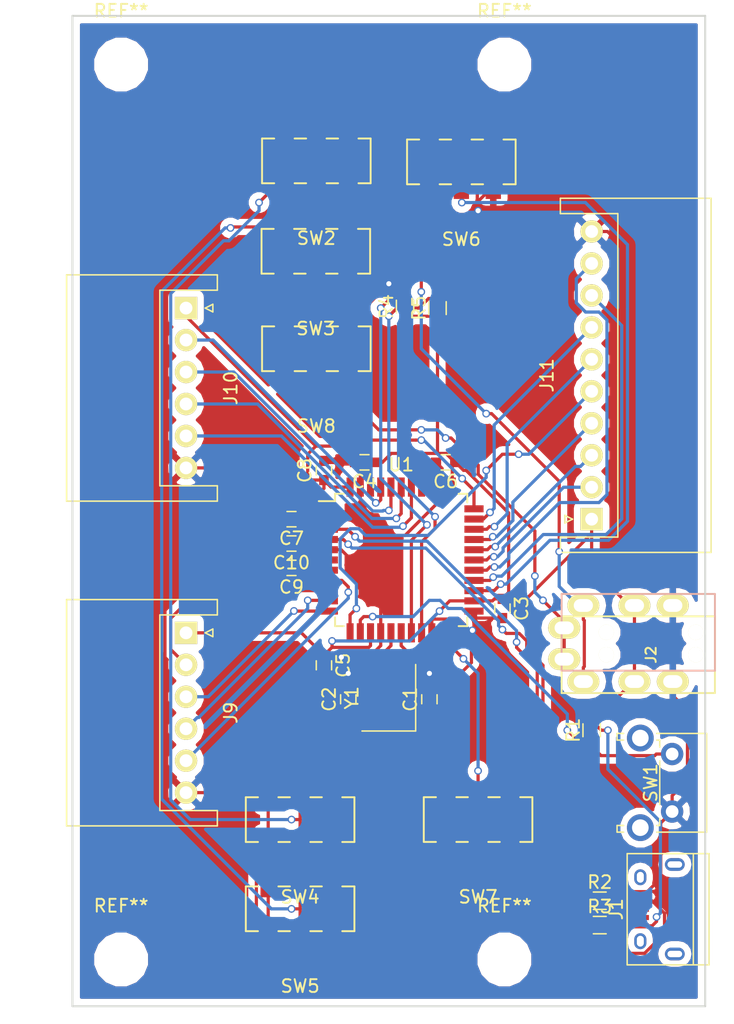
<source format=kicad_pcb>
(kicad_pcb (version 4) (host pcbnew 4.0.7)
  (layers (0 F.Cu signal) (31 B.Cu signal) (34 B.Paste user) (35 F.Paste user) (36 B.SilkS user) (37 F.SilkS user) (38 B.Mask user) (39 F.Mask user) (44 Edge.Cuts user))
  (net 0 "")
  (net 1 +5V)
  (net 2 GND)
  (net 3 /SCLK)
  (net 4 /MISO)
  (net 5 /MOSI)
  (net 6 /Trackball_SS)
  (net 7 /SDA)
  (net 8 /SCL)
  (net 9 /COL0)
  (net 10 /COL1)
  (net 11 /COL2)
  (net 12 /COL3)
  (net 13 /COL4)
  (net 14 /COL5)
  (net 15 /COL6)
  (net 16 /COL7)
  (net 17 /ROW0)
  (net 18 /ROW1)
  (net 19 /ROW2)
  (net 20 /ROW3)
  (net 21 /RST)
  (net 22 "Net-(U1-Pad1)")
  (net 23 "Net-(C1-Pad1)")
  (net 24 "Net-(C2-Pad1)")
  (net 25 "Net-(C9-Pad1)")
  (net 26 "Net-(C10-Pad1)")
  (net 27 "Net-(J1-Pad2)")
  (net 28 "Net-(J1-Pad3)")
  (net 29 "Net-(J2-Pad2)")
  (net 30 "Net-(J2-Pad1)")
  (net 31 /TX)
  (net 32 /RX)
  (net 33 /D+)
  (net 34 /D-)
  (net 35 "Net-(U1-Pad36)")
  (net 36 "Net-(U1-Pad37)")
  (net 37 "Net-(SW2-Pad1)")
  (net 38 "Net-(SW3-Pad1)")
  (net 39 "Net-(SW6-Pad2)")
  (net 40 "Net-(SW6-Pad1)")
  (net 41 "Net-(SW7-Pad2)")
  (net 42 "Net-(SW7-Pad1)")
  (net 43 "Net-(SW8-Pad2)")
  (net 44 "Net-(SW8-Pad1)")
  (module Capacitors_SMD:C_0603 (layer F.Cu) (at 24.13 49.645 90)
    (fp_text reference C1 (at 0 -1.5 90) (layer F.SilkS))
    (fp_text value 22pF)
    (pad 2 smd rect (at 0.75 0 90) (size 0.8 0.75) (layers F.Cu F.Paste F.Mask) (net 2 GND))
    (pad 1 smd rect (at -0.75 0 90) (size 0.8 0.75) (layers F.Cu F.Paste F.Mask) (net 23 "Net-(C1-Pad1)"))
  )
  (module Capacitors_SMD:C_0603 (layer F.Cu) (at 17.78 49.645 90)
    (fp_text reference C2 (at 0 -1.5 90) (layer F.SilkS))
    (fp_text value 22pF)
    (pad 2 smd rect (at 0.75 0 90) (size 0.8 0.75) (layers F.Cu F.Paste F.Mask) (net 2 GND))
    (pad 1 smd rect (at -0.75 0 90) (size 0.8 0.75) (layers F.Cu F.Paste F.Mask) (net 24 "Net-(C2-Pad1)"))
  )
  (module Connectors:USB_Micro-B (layer F.Cu) (at 41.99 66.07 90)
    (fp_text reference J1 (at 0 -3.24 90) (layer F.SilkS))
    (fp_text value USB)
    (pad 1 smd rect (at -1.3 -1.35 180) (size 1.35 0.4) (layers F.Cu F.Paste F.Mask) (net 1 +5V))
    (pad 2 smd rect (at -0.65 -1.35 180) (size 1.35 0.4) (layers F.Cu F.Paste F.Mask) (net 27 "Net-(J1-Pad2)"))
    (pad 3 smd rect (at 0 -1.35 180) (size 1.35 0.4) (layers F.Cu F.Paste F.Mask) (net 28 "Net-(J1-Pad3)"))
    (pad 4 smd rect (at 0.65 -1.35 180) (size 1.35 0.4) (layers F.Cu F.Paste F.Mask) (net 2 GND))
    (pad 5 smd rect (at 1.3 -1.35 180) (size 1.35 0.4) (layers F.Cu F.Paste F.Mask) (net 2 GND))
    (pad 6 thru_hole oval (at -2.5 -1.35 180) (size 0.95 1.25) (drill oval 0.55 0.85) (layers *.Cu *.Mask))
    (pad 6 thru_hole oval (at 2.5 -1.35 180) (size 0.95 1.25) (drill oval 0.55 0.85) (layers *.Cu *.Mask))
    (pad 6 thru_hole oval (at -3.5 1.35 180) (size 1.55 1) (drill oval 1.15 0.5) (layers *.Cu *.Mask))
    (pad 6 thru_hole oval (at 3.5 1.35 180) (size 1.55 1) (drill oval 1.15 0.5) (layers *.Cu *.Mask))
  )
  (module trackey:MJ-4PP-9_rev2 (layer F.Cu) (at 46.48 46.16 270)
    (fp_text reference J2 (at 0 5 270) (layer F.SilkS) (effects (font (size 0.8 0.8))))
    (fp_text value Jack hide)
    (pad "" np_thru_hole circle (at -1.75 8.5 270) (size 1.2 1.2) (drill 1.2) (layers *.Cu *.Mask F.SilkS))
    (pad "" np_thru_hole circle (at -1.75 1.5 270) (size 1.2 1.2) (drill 1.2) (layers *.Cu *.Mask F.SilkS))
    (pad 2 thru_hole oval (at -3.85 10.3 270) (size 1.7 2.5) (drill oval 1 1.5) (layers *.Cu *.Mask F.SilkS) (net 29 "Net-(J2-Pad2)") (clearance 0.15))
    (pad 1 thru_hole oval (at 0.35 11.8 270) (size 1.7 2.5) (drill oval 1 1.5) (layers *.Cu *.Mask F.SilkS) (net 30 "Net-(J2-Pad1)") (clearance 0.15))
    (pad 4 thru_hole oval (at -3.85 3.3 270) (size 1.7 2.5) (drill oval 1 1.5) (layers *.Cu *.Mask F.SilkS) (net 2 GND))
    (pad 3 thru_hole oval (at -3.85 6.3 270) (size 1.7 2.5) (drill oval 1 1.5) (layers *.Cu *.Mask F.SilkS) (net 1 +5V))
    (pad "" np_thru_hole circle (at 0 1.5 270) (size 1.2 1.2) (drill 1.2) (layers *.Cu *.Mask F.SilkS))
    (pad "" np_thru_hole circle (at 0 8.5 270) (size 1.2 1.2) (drill 1.2) (layers *.Cu *.Mask F.SilkS))
    (pad 4 thru_hole oval (at 2.1 3.3 270) (size 1.7 2.5) (drill oval 1 1.5) (layers *.Cu *.Mask F.SilkS) (net 2 GND))
    (pad 3 thru_hole oval (at 2.1 6.3 270) (size 1.7 2.5) (drill oval 1 1.5) (layers *.Cu *.Mask F.SilkS) (net 1 +5V))
    (pad 2 thru_hole oval (at 2.1 10.3 270) (size 1.7 2.5) (drill oval 1 1.5) (layers *.Cu *.Mask F.SilkS) (net 29 "Net-(J2-Pad2)") (clearance 0.15))
    (pad 1 thru_hole oval (at -2.1 11.8 270) (size 1.7 2.5) (drill oval 1 1.5) (layers *.Cu *.Mask F.SilkS) (net 30 "Net-(J2-Pad1)") (clearance 0.15))
  )
  (module Connectors_JST:JST_XH_S06B-XH-A_06x2.50mm_Angled (layer F.Cu) (at 5.08 44.45 270)
    (fp_text reference J9 (at 6.25 -3.5 270) (layer F.SilkS))
    (fp_text value Trackball_port)
    (pad 1 thru_hole rect (at 0 0 270) (size 1.75 1.75) (drill 1) (layers *.Cu *.Mask F.SilkS) (net 1 +5V))
    (pad 2 thru_hole circle (at 2.5 0 270) (size 1.75 1.75) (drill 1) (layers *.Cu *.Mask F.SilkS) (net 3 /SCLK))
    (pad 3 thru_hole circle (at 5 0 270) (size 1.75 1.75) (drill 1) (layers *.Cu *.Mask F.SilkS) (net 4 /MISO))
    (pad 4 thru_hole circle (at 7.5 0 270) (size 1.75 1.75) (drill 1) (layers *.Cu *.Mask F.SilkS) (net 5 /MOSI))
    (pad 5 thru_hole circle (at 10 0 270) (size 1.75 1.75) (drill 1) (layers *.Cu *.Mask F.SilkS) (net 6 /Trackball_SS))
    (pad 6 thru_hole circle (at 12.5 0 270) (size 1.75 1.75) (drill 1) (layers *.Cu *.Mask F.SilkS) (net 2 GND))
  )
  (module Connectors_JST:JST_XH_S06B-XH-A_06x2.50mm_Angled (layer F.Cu) (at 5.08 19.05 270)
    (fp_text reference J10 (at 6.25 -3.5 270) (layer F.SilkS))
    (fp_text value ROW_port)
    (pad 1 thru_hole rect (at 0 0 270) (size 1.75 1.75) (drill 1) (layers *.Cu *.Mask F.SilkS) (net 1 +5V))
    (pad 2 thru_hole circle (at 2.5 0 270) (size 1.75 1.75) (drill 1) (layers *.Cu *.Mask F.SilkS) (net 17 /ROW0))
    (pad 3 thru_hole circle (at 5 0 270) (size 1.75 1.75) (drill 1) (layers *.Cu *.Mask F.SilkS) (net 18 /ROW1))
    (pad 4 thru_hole circle (at 7.5 0 270) (size 1.75 1.75) (drill 1) (layers *.Cu *.Mask F.SilkS) (net 19 /ROW2))
    (pad 5 thru_hole circle (at 10 0 270) (size 1.75 1.75) (drill 1) (layers *.Cu *.Mask F.SilkS) (net 20 /ROW3))
    (pad 6 thru_hole circle (at 12.5 0 270) (size 1.75 1.75) (drill 1) (layers *.Cu *.Mask F.SilkS) (net 2 GND))
  )
  (module Connectors_JST:JST_XH_S10B-XH-A_10x2.50mm_Angled (layer F.Cu) (at 36.83 35.56 90)
    (fp_text reference J11 (at 11.25 -3.5 90) (layer F.SilkS))
    (fp_text value COL_port)
    (pad 1 thru_hole rect (at 0 0 90) (size 1.75 1.75) (drill 1) (layers *.Cu *.Mask F.SilkS) (net 1 +5V))
    (pad 2 thru_hole circle (at 2.5 0 90) (size 1.75 1.75) (drill 1) (layers *.Cu *.Mask F.SilkS) (net 9 /COL0))
    (pad 3 thru_hole circle (at 5 0 90) (size 1.75 1.75) (drill 1) (layers *.Cu *.Mask F.SilkS) (net 10 /COL1))
    (pad 4 thru_hole circle (at 7.5 0 90) (size 1.75 1.75) (drill 1) (layers *.Cu *.Mask F.SilkS) (net 11 /COL2))
    (pad 5 thru_hole circle (at 10 0 90) (size 1.75 1.75) (drill 1) (layers *.Cu *.Mask F.SilkS) (net 12 /COL3))
    (pad 6 thru_hole circle (at 12.5 0 90) (size 1.75 1.75) (drill 1) (layers *.Cu *.Mask F.SilkS) (net 13 /COL4))
    (pad 7 thru_hole circle (at 15 0 90) (size 1.75 1.75) (drill 1) (layers *.Cu *.Mask F.SilkS) (net 14 /COL5))
    (pad 8 thru_hole circle (at 17.5 0 90) (size 1.75 1.75) (drill 1) (layers *.Cu *.Mask F.SilkS) (net 15 /COL6))
    (pad 9 thru_hole circle (at 20 0 90) (size 1.75 1.75) (drill 1) (layers *.Cu *.Mask F.SilkS) (net 16 /COL7))
    (pad 10 thru_hole circle (at 22.5 0 90) (size 1.75 1.75) (drill 1) (layers *.Cu *.Mask F.SilkS) (net 2 GND))
  )
  (module Buttons_Switches_THT:SW_Tactile_SPST_Angled_PTS645Vx39-2LFS (layer F.Cu) (at 43.13 53.93 270)
    (fp_text reference SW1 (at 2.25 1.68 270) (layer F.SilkS))
    (fp_text value RST_SW)
    (pad "" thru_hole circle (at 5.76 2.49 270) (size 2.1 2.1) (drill 1.3) (layers *.Cu *.Mask))
    (pad 2 thru_hole circle (at 4.5 0 270) (size 1.75 1.75) (drill 0.99) (layers *.Cu *.Mask) (net 2 GND))
    (pad 1 thru_hole circle (at 0 0 270) (size 1.75 1.75) (drill 0.99) (layers *.Cu *.Mask) (net 21 /RST))
    (pad "" thru_hole circle (at -1.25 2.49 270) (size 2.1 2.1) (drill 1.3) (layers *.Cu *.Mask))
  )
  (module Housings_QFP:TQFP-44_10x10mm_Pitch0.8mm (layer F.Cu) (at 21.92 38.75)
    (fp_text reference U1 (at 0 -7.45) (layer F.SilkS))
    (fp_text value ATmega32U4)
    (pad 1 smd rect (at -5.7 -4) (size 1.5 0.55) (layers F.Cu F.Paste F.Mask) (net 22 "Net-(U1-Pad1)"))
    (pad 2 smd rect (at -5.7 -3.2) (size 1.5 0.55) (layers F.Cu F.Paste F.Mask) (net 1 +5V))
    (pad 3 smd rect (at -5.7 -2.4) (size 1.5 0.55) (layers F.Cu F.Paste F.Mask) (net 34 /D-))
    (pad 4 smd rect (at -5.7 -1.6) (size 1.5 0.55) (layers F.Cu F.Paste F.Mask) (net 33 /D+))
    (pad 5 smd rect (at -5.7 -0.8) (size 1.5 0.55) (layers F.Cu F.Paste F.Mask) (net 2 GND))
    (pad 6 smd rect (at -5.7 0) (size 1.5 0.55) (layers F.Cu F.Paste F.Mask) (net 26 "Net-(C10-Pad1)"))
    (pad 7 smd rect (at -5.7 0.8) (size 1.5 0.55) (layers F.Cu F.Paste F.Mask) (net 25 "Net-(C9-Pad1)"))
    (pad 8 smd rect (at -5.7 1.6) (size 1.5 0.55) (layers F.Cu F.Paste F.Mask) (net 6 /Trackball_SS))
    (pad 9 smd rect (at -5.7 2.4) (size 1.5 0.55) (layers F.Cu F.Paste F.Mask) (net 3 /SCLK))
    (pad 10 smd rect (at -5.7 3.2) (size 1.5 0.55) (layers F.Cu F.Paste F.Mask) (net 5 /MOSI))
    (pad 11 smd rect (at -5.7 4) (size 1.5 0.55) (layers F.Cu F.Paste F.Mask) (net 4 /MISO))
    (pad 12 smd rect (at -4 5.7 90) (size 1.5 0.55) (layers F.Cu F.Paste F.Mask) (net 12 /COL3))
    (pad 13 smd rect (at -3.2 5.7 90) (size 1.5 0.55) (layers F.Cu F.Paste F.Mask) (net 21 /RST))
    (pad 14 smd rect (at -2.4 5.7 90) (size 1.5 0.55) (layers F.Cu F.Paste F.Mask) (net 1 +5V))
    (pad 15 smd rect (at -1.6 5.7 90) (size 1.5 0.55) (layers F.Cu F.Paste F.Mask) (net 2 GND))
    (pad 16 smd rect (at -0.8 5.7 90) (size 1.5 0.55) (layers F.Cu F.Paste F.Mask) (net 24 "Net-(C2-Pad1)"))
    (pad 17 smd rect (at 0 5.7 90) (size 1.5 0.55) (layers F.Cu F.Paste F.Mask) (net 23 "Net-(C1-Pad1)"))
    (pad 18 smd rect (at 0.8 5.7 90) (size 1.5 0.55) (layers F.Cu F.Paste F.Mask) (net 8 /SCL))
    (pad 19 smd rect (at 1.6 5.7 90) (size 1.5 0.55) (layers F.Cu F.Paste F.Mask) (net 7 /SDA))
    (pad 20 smd rect (at 2.4 5.7 90) (size 1.5 0.55) (layers F.Cu F.Paste F.Mask) (net 32 /RX))
    (pad 21 smd rect (at 3.2 5.7 90) (size 1.5 0.55) (layers F.Cu F.Paste F.Mask) (net 31 /TX))
    (pad 22 smd rect (at 4 5.7 90) (size 1.5 0.55) (layers F.Cu F.Paste F.Mask) (net 41 "Net-(SW7-Pad2)"))
    (pad 23 smd rect (at 5.7 4) (size 1.5 0.55) (layers F.Cu F.Paste F.Mask) (net 2 GND))
    (pad 24 smd rect (at 5.7 3.2) (size 1.5 0.55) (layers F.Cu F.Paste F.Mask) (net 1 +5V))
    (pad 25 smd rect (at 5.7 2.4) (size 1.5 0.55) (layers F.Cu F.Paste F.Mask) (net 39 "Net-(SW6-Pad2)"))
    (pad 26 smd rect (at 5.7 1.6) (size 1.5 0.55) (layers F.Cu F.Paste F.Mask) (net 15 /COL6))
    (pad 27 smd rect (at 5.7 0.8) (size 1.5 0.55) (layers F.Cu F.Paste F.Mask) (net 16 /COL7))
    (pad 28 smd rect (at 5.7 0) (size 1.5 0.55) (layers F.Cu F.Paste F.Mask) (net 9 /COL0))
    (pad 29 smd rect (at 5.7 -0.8) (size 1.5 0.55) (layers F.Cu F.Paste F.Mask) (net 10 /COL1))
    (pad 30 smd rect (at 5.7 -1.6) (size 1.5 0.55) (layers F.Cu F.Paste F.Mask) (net 11 /COL2))
    (pad 31 smd rect (at 5.7 -2.4) (size 1.5 0.55) (layers F.Cu F.Paste F.Mask) (net 13 /COL4))
    (pad 32 smd rect (at 5.7 -3.2) (size 1.5 0.55) (layers F.Cu F.Paste F.Mask) (net 14 /COL5))
    (pad 33 smd rect (at 5.7 -4) (size 1.5 0.55) (layers F.Cu F.Paste F.Mask) (net 43 "Net-(SW8-Pad2)"))
    (pad 34 smd rect (at 4 -5.7 90) (size 1.5 0.55) (layers F.Cu F.Paste F.Mask) (net 1 +5V))
    (pad 35 smd rect (at 3.2 -5.7 90) (size 1.5 0.55) (layers F.Cu F.Paste F.Mask) (net 2 GND))
    (pad 36 smd rect (at 2.4 -5.7 90) (size 1.5 0.55) (layers F.Cu F.Paste F.Mask) (net 35 "Net-(U1-Pad36)"))
    (pad 37 smd rect (at 1.6 -5.7 90) (size 1.5 0.55) (layers F.Cu F.Paste F.Mask) (net 36 "Net-(U1-Pad37)"))
    (pad 38 smd rect (at 0.8 -5.7 90) (size 1.5 0.55) (layers F.Cu F.Paste F.Mask) (net 20 /ROW3))
    (pad 39 smd rect (at 0 -5.7 90) (size 1.5 0.55) (layers F.Cu F.Paste F.Mask) (net 19 /ROW2))
    (pad 40 smd rect (at -0.8 -5.7 90) (size 1.5 0.55) (layers F.Cu F.Paste F.Mask) (net 18 /ROW1))
    (pad 41 smd rect (at -1.6 -5.7 90) (size 1.5 0.55) (layers F.Cu F.Paste F.Mask) (net 17 /ROW0))
    (pad 42 smd rect (at -2.4 -5.7 90) (size 1.5 0.55) (layers F.Cu F.Paste F.Mask) (net 1 +5V))
    (pad 43 smd rect (at -3.2 -5.7 90) (size 1.5 0.55) (layers F.Cu F.Paste F.Mask) (net 2 GND))
    (pad 44 smd rect (at -4 -5.7 90) (size 1.5 0.55) (layers F.Cu F.Paste F.Mask) (net 1 +5V))
  )
  (module Crystals:Crystal_SMD_EuroQuartz_MT-4pin_3.2x2.5mm_HandSoldering (layer F.Cu) (at 20.955 49.53 90)
    (fp_text reference Y1 (at 0 -2.9 90) (layer F.SilkS))
    (fp_text value 16MHz)
    (pad 1 smd rect (at -1.425 1.15 90) (size 1.95 1.5) (layers F.Cu F.Paste F.Mask) (net 23 "Net-(C1-Pad1)"))
    (pad 2 smd rect (at 1.425 1.15 90) (size 1.95 1.5) (layers F.Cu F.Paste F.Mask) (net 2 GND))
    (pad 3 smd rect (at 1.425 -1.15 90) (size 1.95 1.5) (layers F.Cu F.Paste F.Mask) (net 2 GND))
    (pad 4 smd rect (at -1.425 -1.15 90) (size 1.95 1.5) (layers F.Cu F.Paste F.Mask) (net 24 "Net-(C2-Pad1)"))
  )
  (module Mounting_Holes:MountingHole_3.2mm_M3 (layer F.Cu) (at 0 0)
    (fp_text reference REF** (at 0 -4.2) (layer F.SilkS))
    (fp_text value MountingHole_3.2mm_M3)
    (pad 1 np_thru_hole circle (at 0 0) (size 3.2 3.2) (drill 3.2) (layers *.Cu *.Mask))
  )
  (module Mounting_Holes:MountingHole_3.2mm_M3 (layer F.Cu) (at 30 0)
    (fp_text reference REF** (at 0 -4.2) (layer F.SilkS))
    (fp_text value MountingHole_3.2mm_M3)
    (pad 1 np_thru_hole circle (at 0 0) (size 3.2 3.2) (drill 3.2) (layers *.Cu *.Mask))
  )
  (module Mounting_Holes:MountingHole_3.2mm_M3 (layer F.Cu) (at 0 70)
    (fp_text reference REF** (at 0 -4.2) (layer F.SilkS))
    (fp_text value MountingHole_3.2mm_M3)
    (pad 1 np_thru_hole circle (at 0 0) (size 3.2 3.2) (drill 3.2) (layers *.Cu *.Mask))
  )
  (module Mounting_Holes:MountingHole_3.2mm_M3 (layer F.Cu) (at 30 70)
    (fp_text reference REF** (at 0 -4.2) (layer F.SilkS))
    (fp_text value MountingHole_3.2mm_M3)
    (pad 1 np_thru_hole circle (at 0 0) (size 3.2 3.2) (drill 3.2) (layers *.Cu *.Mask))
  )
  (module Capacitors_SMD:C_0603 (layer F.Cu) (at 29.845 42.545 270)
    (fp_text reference C3 (at 0 -1.5 270) (layer F.SilkS))
    (fp_text value 0.1uF)
    (pad 2 smd rect (at 0.75 0 270) (size 0.8 0.75) (layers F.Cu F.Paste F.Mask) (net 2 GND))
    (pad 1 smd rect (at -0.75 0 270) (size 0.8 0.75) (layers F.Cu F.Paste F.Mask) (net 1 +5V))
  )
  (module Capacitors_SMD:C_0603 (layer F.Cu) (at 19.05 31.115 180)
    (fp_text reference C4 (at 0 -1.5 180) (layer F.SilkS))
    (fp_text value 0.1uF)
    (pad 2 smd rect (at 0.75 0 180) (size 0.8 0.75) (layers F.Cu F.Paste F.Mask) (net 2 GND))
    (pad 1 smd rect (at -0.75 0 180) (size 0.8 0.75) (layers F.Cu F.Paste F.Mask) (net 1 +5V))
  )
  (module Capacitors_SMD:C_0603 (layer F.Cu) (at 15.875 46.99 270)
    (fp_text reference C5 (at 0 -1.5 270) (layer F.SilkS))
    (fp_text value 0.1uF)
    (pad 2 smd rect (at 0.75 0 270) (size 0.8 0.75) (layers F.Cu F.Paste F.Mask) (net 2 GND))
    (pad 1 smd rect (at -0.75 0 270) (size 0.8 0.75) (layers F.Cu F.Paste F.Mask) (net 1 +5V))
  )
  (module Capacitors_SMD:C_0603 (layer F.Cu) (at 25.4 31.115 180)
    (fp_text reference C6 (at 0 -1.5 180) (layer F.SilkS))
    (fp_text value 0.1uF)
    (pad 2 smd rect (at 0.75 0 180) (size 0.8 0.75) (layers F.Cu F.Paste F.Mask) (net 2 GND))
    (pad 1 smd rect (at -0.75 0 180) (size 0.8 0.75) (layers F.Cu F.Paste F.Mask) (net 1 +5V))
  )
  (module Capacitors_SMD:C_0603 (layer F.Cu) (at 13.335 35.56 180)
    (fp_text reference C7 (at 0 -1.5 180) (layer F.SilkS))
    (fp_text value 0.1uF)
    (pad 2 smd rect (at 0.75 0 180) (size 0.8 0.75) (layers F.Cu F.Paste F.Mask) (net 2 GND))
    (pad 1 smd rect (at -0.75 0 180) (size 0.8 0.75) (layers F.Cu F.Paste F.Mask) (net 1 +5V))
  )
  (module Capacitors_SMD:C_0603 (layer F.Cu) (at 15.875 31.75 90)
    (fp_text reference C8 (at 0 -1.5 90) (layer F.SilkS))
    (fp_text value 0.1uF)
    (pad 2 smd rect (at 0.75 0 90) (size 0.8 0.75) (layers F.Cu F.Paste F.Mask) (net 2 GND))
    (pad 1 smd rect (at -0.75 0 90) (size 0.8 0.75) (layers F.Cu F.Paste F.Mask) (net 1 +5V))
  )
  (module Capacitors_SMD:C_0603 (layer F.Cu) (at 13.335 39.37 180)
    (fp_text reference C9 (at 0 -1.5 180) (layer F.SilkS))
    (fp_text value 1uF)
    (pad 2 smd rect (at 0.75 0 180) (size 0.8 0.75) (layers F.Cu F.Paste F.Mask) (net 2 GND))
    (pad 1 smd rect (at -0.75 0 180) (size 0.8 0.75) (layers F.Cu F.Paste F.Mask) (net 25 "Net-(C9-Pad1)"))
  )
  (module Capacitors_SMD:C_0603 (layer F.Cu) (at 13.335 37.465 180)
    (fp_text reference C10 (at 0 -1.5 180) (layer F.SilkS))
    (fp_text value 1uF)
    (pad 2 smd rect (at 0.75 0 180) (size 0.8 0.75) (layers F.Cu F.Paste F.Mask) (net 2 GND))
    (pad 1 smd rect (at -0.75 0 180) (size 0.8 0.75) (layers F.Cu F.Paste F.Mask) (net 26 "Net-(C10-Pad1)"))
  )
  (module Resistors_SMD:R_0603 (layer F.Cu) (at 36.83 52.07 90)
    (fp_text reference R1 (at 0 -1.45 90) (layer F.SilkS))
    (fp_text value 2.2kΩ)
    (pad 1 smd rect (at -0.75 0 90) (size 0.5 0.9) (layers F.Cu F.Paste F.Mask) (net 21 /RST))
    (pad 2 smd rect (at 0.75 0 90) (size 0.5 0.9) (layers F.Cu F.Paste F.Mask) (net 1 +5V))
  )
  (module Resistors_SMD:R_0603 (layer F.Cu) (at 37.465 65.405)
    (fp_text reference R2 (at 0 -1.45) (layer F.SilkS))
    (fp_text value 22Ω)
    (pad 1 smd rect (at -0.75 0) (size 0.5 0.9) (layers F.Cu F.Paste F.Mask) (net 33 /D+))
    (pad 2 smd rect (at 0.75 0) (size 0.5 0.9) (layers F.Cu F.Paste F.Mask) (net 28 "Net-(J1-Pad3)"))
  )
  (module Resistors_SMD:R_0603 (layer F.Cu) (at 37.465 67.31)
    (fp_text reference R3 (at 0 -1.45) (layer F.SilkS))
    (fp_text value 22Ω)
    (pad 1 smd rect (at -0.75 0) (size 0.5 0.9) (layers F.Cu F.Paste F.Mask) (net 34 /D-))
    (pad 2 smd rect (at 0.75 0) (size 0.5 0.9) (layers F.Cu F.Paste F.Mask) (net 27 "Net-(J1-Pad2)"))
  )
  (module Resistors_SMD:R_0603 (layer F.Cu) (at 22.225 18.935 90)
    (fp_text reference R4 (at 0 -1.45 90) (layer F.SilkS))
    (fp_text value 2.2kΩ)
    (pad 1 smd rect (at -0.75 0 90) (size 0.5 0.9) (layers F.Cu F.Paste F.Mask) (net 1 +5V))
    (pad 2 smd rect (at 0.75 0 90) (size 0.5 0.9) (layers F.Cu F.Paste F.Mask) (net 8 /SCL))
  )
  (module Resistors_SMD:R_0603 (layer F.Cu) (at 24.765 19.05 90)
    (fp_text reference R5 (at 0 -1.45 90) (layer F.SilkS))
    (fp_text value 2.2kΩ)
    (pad 1 smd rect (at -0.75 0 90) (size 0.5 0.9) (layers F.Cu F.Paste F.Mask) (net 1 +5V))
    (pad 2 smd rect (at 0.75 0 90) (size 0.5 0.9) (layers F.Cu F.Paste F.Mask) (net 7 /SDA))
  )
  (module trackey:SSSS213202 (layer F.Cu) (at 15.28 7.535001)
    (fp_text reference SW2 (at 0 6.05) (layer F.SilkS))
    (fp_text value i2c/RS232)
    (pad 2 smd trapezoid (at 0 -1.9) (size 1.2 2) (layers F.Cu F.Paste F.Mask) (net 29 "Net-(J2-Pad2)"))
    (pad 3 smd trapezoid (at 2.5 -1.9) (size 1.2 2) (layers F.Cu F.Paste F.Mask) (net 7 /SDA))
    (pad 1 smd trapezoid (at -2.5 -1.9) (size 1.2 2) (layers F.Cu F.Paste F.Mask) (net 37 "Net-(SW2-Pad1)"))
    (pad 1 smd trapezoid (at -2.5 1.9) (size 1.2 2) (layers F.Cu F.Paste F.Mask) (net 37 "Net-(SW2-Pad1)"))
    (pad 2 smd trapezoid (at 0 1.9) (size 1.2 2) (layers F.Cu F.Paste F.Mask) (net 29 "Net-(J2-Pad2)"))
    (pad 3 smd trapezoid (at 2.5 1.9) (size 1.2 2) (layers F.Cu F.Paste F.Mask) (net 7 /SDA))
  )
  (module trackey:SSSS213202 (layer F.Cu) (at 15.24 14.605)
    (fp_text reference SW3 (at 0 6.05) (layer F.SilkS))
    (fp_text value i2c/RS232)
    (pad 2 smd trapezoid (at 0 -1.9) (size 1.2 2) (layers F.Cu F.Paste F.Mask) (net 30 "Net-(J2-Pad1)"))
    (pad 3 smd trapezoid (at 2.5 -1.9) (size 1.2 2) (layers F.Cu F.Paste F.Mask) (net 8 /SCL))
    (pad 1 smd trapezoid (at -2.5 -1.9) (size 1.2 2) (layers F.Cu F.Paste F.Mask) (net 38 "Net-(SW3-Pad1)"))
    (pad 1 smd trapezoid (at -2.5 1.9) (size 1.2 2) (layers F.Cu F.Paste F.Mask) (net 38 "Net-(SW3-Pad1)"))
    (pad 2 smd trapezoid (at 0 1.9) (size 1.2 2) (layers F.Cu F.Paste F.Mask) (net 30 "Net-(J2-Pad1)"))
    (pad 3 smd trapezoid (at 2.5 1.9) (size 1.2 2) (layers F.Cu F.Paste F.Mask) (net 8 /SCL))
  )
  (module trackey:SSSS213202 (layer F.Cu) (at 14.01 59.06)
    (fp_text reference SW4 (at 0 6.05) (layer F.SilkS))
    (fp_text value slave/master)
    (pad 2 smd trapezoid (at 0 -1.9) (size 1.2 2) (layers F.Cu F.Paste F.Mask) (net 37 "Net-(SW2-Pad1)"))
    (pad 3 smd trapezoid (at 2.5 -1.9) (size 1.2 2) (layers F.Cu F.Paste F.Mask) (net 32 /RX))
    (pad 1 smd trapezoid (at -2.5 -1.9) (size 1.2 2) (layers F.Cu F.Paste F.Mask) (net 31 /TX))
    (pad 1 smd trapezoid (at -2.5 1.9) (size 1.2 2) (layers F.Cu F.Paste F.Mask) (net 31 /TX))
    (pad 2 smd trapezoid (at 0 1.9) (size 1.2 2) (layers F.Cu F.Paste F.Mask) (net 37 "Net-(SW2-Pad1)"))
    (pad 3 smd trapezoid (at 2.5 1.9) (size 1.2 2) (layers F.Cu F.Paste F.Mask) (net 32 /RX))
  )
  (module trackey:SSSS213202 (layer F.Cu) (at 14.01 66.035)
    (fp_text reference SW5 (at 0 6.05) (layer F.SilkS))
    (fp_text value slave/master)
    (pad 2 smd trapezoid (at 0 -1.9) (size 1.2 2) (layers F.Cu F.Paste F.Mask) (net 38 "Net-(SW3-Pad1)"))
    (pad 3 smd trapezoid (at 2.5 -1.9) (size 1.2 2) (layers F.Cu F.Paste F.Mask) (net 31 /TX))
    (pad 1 smd trapezoid (at -2.5 -1.9) (size 1.2 2) (layers F.Cu F.Paste F.Mask) (net 32 /RX))
    (pad 1 smd trapezoid (at -2.5 1.9) (size 1.2 2) (layers F.Cu F.Paste F.Mask) (net 32 /RX))
    (pad 2 smd trapezoid (at 0 1.9) (size 1.2 2) (layers F.Cu F.Paste F.Mask) (net 38 "Net-(SW3-Pad1)"))
    (pad 3 smd trapezoid (at 2.5 1.9) (size 1.2 2) (layers F.Cu F.Paste F.Mask) (net 31 /TX))
  )
  (module trackey:SSSS213202 (layer F.Cu) (at 26.63 7.615)
    (fp_text reference SW6 (at 0 6.05) (layer F.SilkS))
    (fp_text value is_master)
    (pad 2 smd trapezoid (at 0 -1.9) (size 1.2 2) (layers F.Cu F.Paste F.Mask) (net 39 "Net-(SW6-Pad2)"))
    (pad 3 smd trapezoid (at 2.5 -1.9) (size 1.2 2) (layers F.Cu F.Paste F.Mask) (net 2 GND))
    (pad 1 smd trapezoid (at -2.5 -1.9) (size 1.2 2) (layers F.Cu F.Paste F.Mask) (net 40 "Net-(SW6-Pad1)"))
    (pad 1 smd trapezoid (at -2.5 1.9) (size 1.2 2) (layers F.Cu F.Paste F.Mask) (net 40 "Net-(SW6-Pad1)"))
    (pad 2 smd trapezoid (at 0 1.9) (size 1.2 2) (layers F.Cu F.Paste F.Mask) (net 39 "Net-(SW6-Pad2)"))
    (pad 3 smd trapezoid (at 2.5 1.9) (size 1.2 2) (layers F.Cu F.Paste F.Mask) (net 2 GND))
  )
  (module trackey:SSSS213202 (layer F.Cu) (at 27.94 59.055)
    (fp_text reference SW7 (at 0 6.05) (layer F.SilkS))
    (fp_text value has_trackball)
    (pad 2 smd trapezoid (at 0 -1.9) (size 1.2 2) (layers F.Cu F.Paste F.Mask) (net 41 "Net-(SW7-Pad2)"))
    (pad 3 smd trapezoid (at 2.5 -1.9) (size 1.2 2) (layers F.Cu F.Paste F.Mask) (net 2 GND))
    (pad 1 smd trapezoid (at -2.5 -1.9) (size 1.2 2) (layers F.Cu F.Paste F.Mask) (net 42 "Net-(SW7-Pad1)"))
    (pad 1 smd trapezoid (at -2.5 1.9) (size 1.2 2) (layers F.Cu F.Paste F.Mask) (net 42 "Net-(SW7-Pad1)"))
    (pad 2 smd trapezoid (at 0 1.9) (size 1.2 2) (layers F.Cu F.Paste F.Mask) (net 41 "Net-(SW7-Pad2)"))
    (pad 3 smd trapezoid (at 2.5 1.9) (size 1.2 2) (layers F.Cu F.Paste F.Mask) (net 2 GND))
  )
  (module trackey:SSSS213202 (layer F.Cu) (at 15.28 22.23)
    (fp_text reference SW8 (at 0 6.05) (layer F.SilkS))
    (fp_text value i2c/RS232)
    (pad 2 smd trapezoid (at 0 -1.9) (size 1.2 2) (layers F.Cu F.Paste F.Mask) (net 43 "Net-(SW8-Pad2)"))
    (pad 3 smd trapezoid (at 2.5 -1.9) (size 1.2 2) (layers F.Cu F.Paste F.Mask) (net 2 GND))
    (pad 1 smd trapezoid (at -2.5 -1.9) (size 1.2 2) (layers F.Cu F.Paste F.Mask) (net 44 "Net-(SW8-Pad1)"))
    (pad 1 smd trapezoid (at -2.5 1.9) (size 1.2 2) (layers F.Cu F.Paste F.Mask) (net 44 "Net-(SW8-Pad1)"))
    (pad 2 smd trapezoid (at 0 1.9) (size 1.2 2) (layers F.Cu F.Paste F.Mask) (net 43 "Net-(SW8-Pad2)"))
    (pad 3 smd trapezoid (at 2.5 1.9) (size 1.2 2) (layers F.Cu F.Paste F.Mask) (net 2 GND))
  )
  (gr_line (start -3.81 73.66) (end 45.72 73.66) (layer Edge.Cuts) (width 0.15))
  (gr_line (start -3.81 -3.81) (end -3.81 73.66) (layer Edge.Cuts) (width 0.15))
  (gr_line (start 45.72 -3.81) (end -3.81 -3.81) (layer Edge.Cuts) (width 0.15))
  (gr_line (start 45.72 73.66) (end 45.72 -3.81) (layer Edge.Cuts) (width 0.15))
  (segment (start 29.845 41.795) (end 29.845 41.77) (width 0.25) (layer F.Cu) (net 1))
  (segment (start 29.845 41.77) (end 30.33421 41.28079) (width 0.25) (layer F.Cu) (net 1))
  (segment (start 30.33421 41.28079) (end 30.33421 35.070625) (width 0.25) (layer F.Cu) (net 1))
  (segment (start 30.33421 35.070625) (end 27.003585 31.74) (width 0.25) (layer F.Cu) (net 1))
  (segment (start 27.003585 31.74) (end 26.8 31.74) (width 0.25) (layer F.Cu) (net 1))
  (segment (start 26.8 31.74) (end 26.175 31.115) (width 0.25) (layer F.Cu) (net 1))
  (segment (start 26.175 31.115) (end 26.15 31.115) (width 0.25) (layer F.Cu) (net 1))
  (segment (start 28.62 41.95) (end 27.62 41.95) (width 0.25) (layer F.Cu) (net 1))
  (segment (start 29.845 41.795) (end 29.22 41.795) (width 0.25) (layer F.Cu) (net 1))
  (segment (start 29.22 41.795) (end 29.065 41.95) (width 0.25) (layer F.Cu) (net 1))
  (segment (start 29.065 41.95) (end 28.62 41.95) (width 0.25) (layer F.Cu) (net 1))
  (segment (start 24.622427 43.049988) (end 24.922426 42.749989) (width 0.25) (layer B.Cu) (net 1))
  (segment (start 16.51 45.085) (end 22.587415 45.085) (width 0.25) (layer B.Cu) (net 1))
  (segment (start 27.62 41.95) (end 25.722415 41.95) (width 0.25) (layer F.Cu) (net 1))
  (segment (start 22.587415 45.085) (end 24.622427 43.049988) (width 0.25) (layer B.Cu) (net 1))
  (segment (start 25.722415 41.95) (end 25.222425 42.44999) (width 0.25) (layer F.Cu) (net 1))
  (segment (start 25.222425 42.44999) (end 24.922426 42.749989) (width 0.25) (layer F.Cu) (net 1))
  (via (at 24.922426 42.749989) (size 0.6) (drill 0.4) (layers F.Cu B.Cu) (net 1))
  (segment (start 16.51 45.085) (end 16.51 45.58) (width 0.25) (layer F.Cu) (net 1))
  (segment (start 16.51 45.58) (end 16.5 45.59) (width 0.25) (layer F.Cu) (net 1))
  (via (at 16.51 45.085) (size 0.6) (drill 0.4) (layers F.Cu B.Cu) (net 1))
  (segment (start 5.08 19.05) (end 5.08 19.685) (width 0.25) (layer F.Cu) (net 1))
  (segment (start 5.08 19.685) (end 15.24 29.845) (width 0.25) (layer F.Cu) (net 1))
  (segment (start 38.1 52.07) (end 37.58 52.07) (width 0.25) (layer F.Cu) (net 1))
  (segment (start 37.58 52.07) (end 36.83 51.32) (width 0.25) (layer F.Cu) (net 1))
  (segment (start 41.91 66.675) (end 42.209999 66.375001) (width 0.25) (layer B.Cu) (net 1))
  (segment (start 42.209999 66.375001) (end 42.209999 59.224997) (width 0.25) (layer B.Cu) (net 1))
  (segment (start 42.209999 59.224997) (end 38.1 55.114998) (width 0.25) (layer B.Cu) (net 1))
  (segment (start 38.1 55.114998) (end 38.1 52.07) (width 0.25) (layer B.Cu) (net 1))
  (via (at 38.1 52.07) (size 0.6) (drill 0.4) (layers F.Cu B.Cu) (net 1))
  (via (at 41.91 66.675) (size 0.6) (drill 0.4) (layers F.Cu B.Cu) (net 1))
  (segment (start 40.64 67.37) (end 41.565 67.37) (width 0.25) (layer F.Cu) (net 1))
  (segment (start 41.565 67.37) (end 41.91 67.025) (width 0.25) (layer F.Cu) (net 1))
  (segment (start 41.91 67.025) (end 41.91 66.675) (width 0.25) (layer F.Cu) (net 1))
  (segment (start 5.08 44.45) (end 14.11 44.45) (width 0.25) (layer F.Cu) (net 1))
  (segment (start 14.11 44.45) (end 15.875 46.215) (width 0.25) (layer F.Cu) (net 1))
  (segment (start 24.765 28.284998) (end 24.765 30.414999) (width 0.25) (layer F.Cu) (net 1))
  (segment (start 24.765 19.8) (end 24.765 28.284998) (width 0.25) (layer F.Cu) (net 1))
  (segment (start 25.424999 30.414999) (end 24.765 30.414999) (width 0.25) (layer F.Cu) (net 1))
  (segment (start 24.765 30.414999) (end 21.150001 30.414999) (width 0.25) (layer F.Cu) (net 1))
  (segment (start 22.225 19.685) (end 24.65 19.685) (width 0.25) (layer F.Cu) (net 1))
  (segment (start 24.65 19.685) (end 24.765 19.8) (width 0.25) (layer F.Cu) (net 1))
  (segment (start 14.085 35.56) (end 16.21 35.56) (width 0.25) (layer F.Cu) (net 1))
  (segment (start 16.21 35.56) (end 16.22 35.55) (width 0.25) (layer F.Cu) (net 1))
  (segment (start 15.875 32.5) (end 15.875 33.15) (width 0.25) (layer F.Cu) (net 1))
  (segment (start 14.085 34.94) (end 14.085 35.56) (width 0.25) (layer F.Cu) (net 1))
  (segment (start 15.875 33.15) (end 14.085 34.94) (width 0.25) (layer F.Cu) (net 1))
  (segment (start 19.8 31.115) (end 19.775 31.115) (width 0.25) (layer F.Cu) (net 1))
  (segment (start 19.775 31.115) (end 18.505 29.845) (width 0.25) (layer F.Cu) (net 1))
  (segment (start 18.505 29.845) (end 15.24 29.845) (width 0.25) (layer F.Cu) (net 1))
  (segment (start 15.24 29.845) (end 14.605 30.48) (width 0.25) (layer F.Cu) (net 1))
  (segment (start 14.605 30.48) (end 14.605 32.385) (width 0.25) (layer F.Cu) (net 1))
  (segment (start 14.605 32.385) (end 14.72 32.5) (width 0.25) (layer F.Cu) (net 1))
  (segment (start 14.72 32.5) (end 15.875 32.5) (width 0.25) (layer F.Cu) (net 1))
  (segment (start 26.15 31.115) (end 26.125 31.115) (width 0.25) (layer F.Cu) (net 1))
  (segment (start 26.125 31.115) (end 25.424999 30.414999) (width 0.25) (layer F.Cu) (net 1))
  (segment (start 21.150001 30.414999) (end 20.45 31.115) (width 0.25) (layer F.Cu) (net 1))
  (segment (start 20.45 31.115) (end 19.8 31.115) (width 0.25) (layer F.Cu) (net 1))
  (segment (start 25.92 33.05) (end 25.92 31.345) (width 0.25) (layer F.Cu) (net 1))
  (segment (start 25.92 31.345) (end 26.15 31.115) (width 0.25) (layer F.Cu) (net 1))
  (segment (start 36.83 36.685) (end 31.72 41.795) (width 0.25) (layer F.Cu) (net 1))
  (segment (start 31.72 41.795) (end 30.47 41.795) (width 0.25) (layer F.Cu) (net 1))
  (segment (start 30.47 41.795) (end 29.845 41.795) (width 0.25) (layer F.Cu) (net 1))
  (segment (start 40.18 42.31) (end 39.78 42.31) (width 0.25) (layer F.Cu) (net 1))
  (segment (start 36.83 39.36) (end 36.83 36.685) (width 0.25) (layer F.Cu) (net 1))
  (segment (start 39.78 42.31) (end 36.83 39.36) (width 0.25) (layer F.Cu) (net 1))
  (segment (start 36.83 36.685) (end 36.83 35.56) (width 0.25) (layer F.Cu) (net 1))
  (segment (start 40.18 48.26) (end 40.18 47.16) (width 0.25) (layer F.Cu) (net 1))
  (segment (start 40.18 47.16) (end 40.18 42.31) (width 0.25) (layer F.Cu) (net 1))
  (segment (start 36.83 51.32) (end 37.03 51.32) (width 0.25) (layer F.Cu) (net 1))
  (segment (start 37.03 51.32) (end 40.09 48.26) (width 0.25) (layer F.Cu) (net 1))
  (segment (start 40.09 48.26) (end 40.18 48.26) (width 0.25) (layer F.Cu) (net 1))
  (segment (start 19.52 45.45) (end 19.52 44.45) (width 0.25) (layer F.Cu) (net 1))
  (segment (start 19.38 45.59) (end 19.52 45.45) (width 0.25) (layer F.Cu) (net 1))
  (segment (start 15.875 46.215) (end 16.5 45.59) (width 0.25) (layer F.Cu) (net 1))
  (segment (start 16.5 45.59) (end 19.38 45.59) (width 0.25) (layer F.Cu) (net 1))
  (segment (start 15.875 46.24) (end 15.875 46.215) (width 0.25) (layer F.Cu) (net 1))
  (segment (start 17.92 33.05) (end 16.425 33.05) (width 0.25) (layer F.Cu) (net 1))
  (segment (start 16.425 33.05) (end 15.875 32.5) (width 0.25) (layer F.Cu) (net 1))
  (segment (start 19.52 33.05) (end 19.52 31.395) (width 0.25) (layer F.Cu) (net 1))
  (segment (start 19.52 31.395) (end 19.8 31.115) (width 0.25) (layer F.Cu) (net 1))
  (segment (start 24.765 34.29) (end 22.225 36.83) (width 0.25) (layer F.Cu) (net 2))
  (segment (start 19.05 36.83) (end 19.05 38.51) (width 0.25) (layer F.Cu) (net 2))
  (segment (start 19.05 34.38) (end 19.05 36.83) (width 0.25) (layer F.Cu) (net 2))
  (segment (start 22.225 36.83) (end 19.05 36.83) (width 0.25) (layer F.Cu) (net 2))
  (segment (start 24.88 34.29) (end 24.765 34.29) (width 0.25) (layer F.Cu) (net 2))
  (segment (start 25.12 33.05) (end 25.12 34.05) (width 0.25) (layer F.Cu) (net 2))
  (segment (start 25.12 34.05) (end 24.88 34.29) (width 0.25) (layer F.Cu) (net 2))
  (segment (start 36.83 13.06) (end 38.067436 13.06) (width 0.25) (layer F.Cu) (net 2))
  (segment (start 38.067436 13.06) (end 43.18 18.172564) (width 0.25) (layer F.Cu) (net 2))
  (segment (start 43.18 18.172564) (end 43.18 41.21) (width 0.25) (layer F.Cu) (net 2))
  (segment (start 43.18 41.21) (end 43.18 42.31) (width 0.25) (layer F.Cu) (net 2))
  (segment (start 5.08 31.55) (end 3.429988 33.200012) (width 0.25) (layer F.Cu) (net 2))
  (segment (start 3.429988 33.200012) (end 3.429988 55.299988) (width 0.25) (layer F.Cu) (net 2))
  (segment (start 3.429988 55.299988) (end 4.205001 56.075001) (width 0.25) (layer F.Cu) (net 2))
  (segment (start 4.205001 56.075001) (end 5.08 56.95) (width 0.25) (layer F.Cu) (net 2))
  (segment (start 17.22 37.95) (end 18.415 39.145) (width 0.25) (layer F.Cu) (net 2))
  (segment (start 18.415 39.145) (end 20.32 41.05) (width 0.25) (layer F.Cu) (net 2))
  (segment (start 18.72 33.05) (end 18.72 34.05) (width 0.25) (layer F.Cu) (net 2))
  (segment (start 18.72 34.05) (end 19.05 34.38) (width 0.25) (layer F.Cu) (net 2))
  (segment (start 19.05 38.51) (end 18.415 39.145) (width 0.25) (layer F.Cu) (net 2))
  (segment (start 24.429999 47.325001) (end 27.498051 44.256949) (width 0.25) (layer B.Cu) (net 2))
  (segment (start 27.79805 44.556948) (end 27.498051 44.256949) (width 0.25) (layer F.Cu) (net 2))
  (segment (start 30.44 57.155) (end 30.44 47.198898) (width 0.25) (layer F.Cu) (net 2))
  (segment (start 27.62 44.135) (end 27.498051 44.256949) (width 0.25) (layer F.Cu) (net 2))
  (segment (start 27.62 42.75) (end 27.62 44.135) (width 0.25) (layer F.Cu) (net 2))
  (via (at 27.498051 44.256949) (size 0.6) (drill 0.4) (layers F.Cu B.Cu) (net 2))
  (segment (start 24.13 47.625) (end 24.429999 47.325001) (width 0.25) (layer B.Cu) (net 2))
  (segment (start 30.44 47.198898) (end 27.79805 44.556948) (width 0.25) (layer F.Cu) (net 2))
  (segment (start 16.22 37.95) (end 17.22 37.95) (width 0.25) (layer F.Cu) (net 2))
  (segment (start 20.32 41.05) (end 20.32 43.45) (width 0.25) (layer F.Cu) (net 2))
  (segment (start 20.32 43.45) (end 20.32 44.45) (width 0.25) (layer F.Cu) (net 2))
  (segment (start 27.94 11.43) (end 27.94 10.705) (width 0.25) (layer F.Cu) (net 2))
  (segment (start 27.94 10.705) (end 29.13 9.515) (width 0.25) (layer F.Cu) (net 2))
  (segment (start 20.955 17.145) (end 22.225 17.145) (width 0.25) (layer B.Cu) (net 2))
  (segment (start 22.225 17.145) (end 27.94 11.43) (width 0.25) (layer B.Cu) (net 2))
  (via (at 27.94 11.43) (size 0.6) (drill 0.4) (layers F.Cu B.Cu) (net 2))
  (segment (start 17.78 20.33) (end 20.955 17.155) (width 0.25) (layer F.Cu) (net 2))
  (via (at 20.955 17.145) (size 0.6) (drill 0.4) (layers F.Cu B.Cu) (net 2))
  (segment (start 20.955 17.155) (end 20.955 17.145) (width 0.25) (layer F.Cu) (net 2))
  (segment (start 41.565 65.42) (end 40.64 65.42) (width 0.25) (layer F.Cu) (net 2))
  (segment (start 40.971374 69.52001) (end 42.535002 67.956382) (width 0.25) (layer F.Cu) (net 2))
  (segment (start 37.640008 69.52001) (end 40.971374 69.52001) (width 0.25) (layer F.Cu) (net 2))
  (segment (start 42.535002 67.956382) (end 42.535002 66.390002) (width 0.25) (layer F.Cu) (net 2))
  (segment (start 30.44 62.320002) (end 37.640008 69.52001) (width 0.25) (layer F.Cu) (net 2))
  (segment (start 30.44 60.955) (end 30.44 62.320002) (width 0.25) (layer F.Cu) (net 2))
  (segment (start 42.535002 66.390002) (end 41.565 65.42) (width 0.25) (layer F.Cu) (net 2))
  (segment (start 25.12 33.05) (end 25.12 31.585) (width 0.25) (layer F.Cu) (net 2))
  (segment (start 25.12 31.585) (end 24.65 31.115) (width 0.25) (layer F.Cu) (net 2))
  (segment (start 43.13 58.43) (end 43.13 57.192564) (width 0.25) (layer F.Cu) (net 2))
  (segment (start 43.18 49.36) (end 43.18 48.26) (width 0.25) (layer F.Cu) (net 2))
  (segment (start 43.13 57.192564) (end 44.330001 55.992563) (width 0.25) (layer F.Cu) (net 2))
  (segment (start 44.330001 55.992563) (end 44.330001 50.510001) (width 0.25) (layer F.Cu) (net 2))
  (segment (start 44.330001 50.510001) (end 43.18 49.36) (width 0.25) (layer F.Cu) (net 2))
  (segment (start 40.64 64.77) (end 41.115 64.77) (width 0.25) (layer F.Cu) (net 2))
  (segment (start 41.115 64.77) (end 42.23999 63.64501) (width 0.25) (layer F.Cu) (net 2))
  (segment (start 42.23999 59.32001) (end 42.255001 59.304999) (width 0.25) (layer F.Cu) (net 2))
  (segment (start 42.23999 63.64501) (end 42.23999 59.32001) (width 0.25) (layer F.Cu) (net 2))
  (segment (start 42.255001 59.304999) (end 43.13 58.43) (width 0.25) (layer F.Cu) (net 2))
  (segment (start 40.64 65.42) (end 40.64 64.77) (width 0.25) (layer F.Cu) (net 2))
  (segment (start 5.08 56.95) (end 6.69 56.95) (width 0.25) (layer F.Cu) (net 2))
  (segment (start 6.69 56.95) (end 15.875 47.765) (width 0.25) (layer F.Cu) (net 2))
  (segment (start 15.875 47.765) (end 15.875 47.74) (width 0.25) (layer F.Cu) (net 2))
  (segment (start 5.08 31.55) (end 9.2 31.55) (width 0.25) (layer F.Cu) (net 2))
  (segment (start 9.2 31.55) (end 12.585 34.935) (width 0.25) (layer F.Cu) (net 2))
  (segment (start 12.585 34.935) (end 12.585 35.56) (width 0.25) (layer F.Cu) (net 2))
  (segment (start 12.585 37.465) (end 12.585 39.37) (width 0.25) (layer F.Cu) (net 2))
  (segment (start 12.585 37.465) (end 12.585 35.56) (width 0.25) (layer F.Cu) (net 2))
  (segment (start 43.18 42.31) (end 43.18 48.26) (width 0.25) (layer F.Cu) (net 2))
  (segment (start 30.44 60.955) (end 30.44 59.855) (width 0.25) (layer F.Cu) (net 2))
  (segment (start 30.44 59.855) (end 30.44 57.155) (width 0.25) (layer F.Cu) (net 2))
  (segment (start 17.78 46.355) (end 18.608587 46.355) (width 0.25) (layer F.Cu) (net 2))
  (segment (start 17.78 46.355) (end 17.235 46.355) (width 0.25) (layer F.Cu) (net 2))
  (segment (start 17.78 47.625) (end 17.78 46.9) (width 0.25) (layer B.Cu) (net 2))
  (segment (start 17.78 46.9) (end 17.235 46.355) (width 0.25) (layer B.Cu) (net 2))
  (via (at 17.235 46.355) (size 0.6) (drill 0.4) (layers F.Cu B.Cu) (net 2))
  (segment (start 17.78 48.895) (end 17.78 47.625) (width 0.25) (layer F.Cu) (net 2))
  (via (at 17.78 47.625) (size 0.6) (drill 0.4) (layers F.Cu B.Cu) (net 2))
  (segment (start 18.608587 46.355) (end 18.608599 46.354988) (width 0.25) (layer F.Cu) (net 2))
  (segment (start 18.608599 46.354988) (end 19.415012 46.354988) (width 0.25) (layer F.Cu) (net 2))
  (segment (start 19.415012 46.354988) (end 20.32 45.45) (width 0.25) (layer F.Cu) (net 2))
  (segment (start 20.32 45.45) (end 20.32 44.45) (width 0.25) (layer F.Cu) (net 2))
  (segment (start 15.875 47.74) (end 15.875 47.715) (width 0.25) (layer F.Cu) (net 2))
  (segment (start 15.875 47.715) (end 17.235 46.355) (width 0.25) (layer F.Cu) (net 2))
  (segment (start 29.845 43.295) (end 27.64 43.295) (width 0.25) (layer F.Cu) (net 2))
  (segment (start 27.64 43.295) (end 27.62 43.275) (width 0.25) (layer F.Cu) (net 2))
  (segment (start 27.62 43.275) (end 27.62 42.75) (width 0.25) (layer F.Cu) (net 2))
  (segment (start 17.78 20.33) (end 17.78 24.13) (width 0.25) (layer F.Cu) (net 2))
  (segment (start 29.13 5.715) (end 29.13 9.515) (width 0.25) (layer F.Cu) (net 2))
  (segment (start 29.13 9.515) (end 33.285 9.515) (width 0.25) (layer F.Cu) (net 2))
  (segment (start 33.285 9.515) (end 36.83 13.06) (width 0.25) (layer F.Cu) (net 2))
  (segment (start 18.3 31.115) (end 18.72 31.535) (width 0.25) (layer F.Cu) (net 2))
  (segment (start 18.72 31.535) (end 18.72 33.05) (width 0.25) (layer F.Cu) (net 2))
  (segment (start 15.875 31) (end 18.185 31) (width 0.25) (layer F.Cu) (net 2))
  (segment (start 18.185 31) (end 18.3 31.115) (width 0.25) (layer F.Cu) (net 2))
  (segment (start 24.13 48.895) (end 24.13 47.625) (width 0.25) (layer F.Cu) (net 2))
  (via (at 24.13 47.625) (size 0.6) (drill 0.4) (layers F.Cu B.Cu) (net 2))
  (segment (start 19.805 48.105) (end 22.105 48.105) (width 0.25) (layer F.Cu) (net 2))
  (segment (start 17.78 48.895) (end 19.015 48.895) (width 0.25) (layer F.Cu) (net 2))
  (segment (start 19.015 48.895) (end 19.805 48.105) (width 0.25) (layer F.Cu) (net 2))
  (segment (start 24.13 48.895) (end 22.895 48.895) (width 0.25) (layer F.Cu) (net 2))
  (segment (start 22.895 48.895) (end 22.105 48.105) (width 0.25) (layer F.Cu) (net 2))
  (segment (start 5.08 46.95) (end 3.879999 45.749999) (width 0.25) (layer F.Cu) (net 3))
  (segment (start 6.044998 41.15) (end 15.22 41.15) (width 0.25) (layer F.Cu) (net 3))
  (segment (start 3.879999 45.749999) (end 3.879999 43.314999) (width 0.25) (layer F.Cu) (net 3))
  (segment (start 3.879999 43.314999) (end 6.044998 41.15) (width 0.25) (layer F.Cu) (net 3))
  (segment (start 15.22 41.15) (end 16.22 41.15) (width 0.25) (layer F.Cu) (net 3))
  (segment (start 13.228052 43.03805) (end 13.528051 42.738051) (width 0.25) (layer B.Cu) (net 4))
  (segment (start 6.816102 49.45) (end 13.228052 43.03805) (width 0.25) (layer B.Cu) (net 4))
  (segment (start 5.08 49.45) (end 6.816102 49.45) (width 0.25) (layer B.Cu) (net 4))
  (segment (start 13.54 42.75) (end 13.528051 42.738051) (width 0.25) (layer F.Cu) (net 4))
  (segment (start 16.22 42.75) (end 13.54 42.75) (width 0.25) (layer F.Cu) (net 4))
  (via (at 13.528051 42.738051) (size 0.6) (drill 0.4) (layers F.Cu B.Cu) (net 4))
  (segment (start 14.605 41.91) (end 16.18 41.91) (width 0.25) (layer F.Cu) (net 5))
  (segment (start 16.18 41.91) (end 16.22 41.95) (width 0.25) (layer F.Cu) (net 5))
  (segment (start 6.074999 51.075001) (end 14.605 42.545) (width 0.25) (layer B.Cu) (net 5))
  (segment (start 14.605 42.545) (end 14.605 41.91) (width 0.25) (layer B.Cu) (net 5))
  (via (at 14.605 41.91) (size 0.6) (drill 0.4) (layers F.Cu B.Cu) (net 5))
  (segment (start 5.08 51.95) (end 5.954999 51.075001) (width 0.25) (layer B.Cu) (net 5))
  (segment (start 5.954999 51.075001) (end 6.074999 51.075001) (width 0.25) (layer B.Cu) (net 5))
  (segment (start 17.78 41.275) (end 17.78 40.850736) (width 0.25) (layer F.Cu) (net 6))
  (segment (start 17.78 40.850736) (end 17.279264 40.35) (width 0.25) (layer F.Cu) (net 6))
  (segment (start 17.279264 40.35) (end 17.22 40.35) (width 0.25) (layer F.Cu) (net 6))
  (segment (start 17.22 40.35) (end 16.22 40.35) (width 0.25) (layer F.Cu) (net 6))
  (segment (start 5.08 54.45) (end 17.78 41.75) (width 0.25) (layer B.Cu) (net 6))
  (via (at 17.78 41.275) (size 0.6) (drill 0.4) (layers F.Cu B.Cu) (net 6))
  (segment (start 17.78 41.75) (end 17.78 41.275) (width 0.25) (layer B.Cu) (net 6))
  (segment (start 24.571949 35.791213) (end 24.571949 35.366949) (width 0.25) (layer F.Cu) (net 7))
  (segment (start 23.52 44.45) (end 23.52 37.343902) (width 0.25) (layer F.Cu) (net 7))
  (segment (start 23.52 37.343902) (end 24.571949 36.291953) (width 0.25) (layer F.Cu) (net 7))
  (segment (start 24.571949 36.291953) (end 24.571949 35.791213) (width 0.25) (layer F.Cu) (net 7))
  (segment (start 20.955 31.75) (end 24.27195 35.06695) (width 0.25) (layer B.Cu) (net 7))
  (segment (start 20.955 19.685) (end 20.955 31.75) (width 0.25) (layer B.Cu) (net 7))
  (via (at 24.571949 35.366949) (size 0.6) (drill 0.4) (layers F.Cu B.Cu) (net 7))
  (segment (start 24.27195 35.06695) (end 24.571949 35.366949) (width 0.25) (layer B.Cu) (net 7))
  (segment (start 21.59 19.05) (end 23.315 19.05) (width 0.25) (layer F.Cu) (net 7))
  (segment (start 23.315 19.05) (end 24.065 18.3) (width 0.25) (layer F.Cu) (net 7))
  (segment (start 24.065 18.3) (end 24.765 18.3) (width 0.25) (layer F.Cu) (net 7))
  (segment (start 20.955 19.685) (end 21.59 19.05) (width 0.25) (layer F.Cu) (net 7))
  (via (at 20.955 19.685) (size 0.6) (drill 0.4) (layers F.Cu B.Cu) (net 7))
  (segment (start 17.78 5.635001) (end 17.78 6.735001) (width 0.25) (layer F.Cu) (net 7))
  (segment (start 17.78 6.735001) (end 24.765 13.720001) (width 0.25) (layer F.Cu) (net 7))
  (segment (start 24.765 13.720001) (end 24.765 17.8) (width 0.25) (layer F.Cu) (net 7))
  (segment (start 24.765 17.8) (end 24.765 18.3) (width 0.25) (layer F.Cu) (net 7))
  (segment (start 17.78 5.635001) (end 17.78 9.435001) (width 0.25) (layer F.Cu) (net 7))
  (segment (start 22.72 37.218898) (end 23.63695 36.301948) (width 0.25) (layer F.Cu) (net 8))
  (segment (start 23.63695 35.70195) (end 23.936949 36.001949) (width 0.25) (layer B.Cu) (net 8))
  (segment (start 22.72 44.45) (end 22.72 37.218898) (width 0.25) (layer F.Cu) (net 8))
  (segment (start 20.32 32.385) (end 23.63695 35.70195) (width 0.25) (layer B.Cu) (net 8))
  (via (at 23.936949 36.001949) (size 0.6) (drill 0.4) (layers F.Cu B.Cu) (net 8))
  (segment (start 23.63695 36.301948) (end 23.936949 36.001949) (width 0.25) (layer F.Cu) (net 8))
  (segment (start 20.32 19.05) (end 20.32 32.385) (width 0.25) (layer B.Cu) (net 8))
  (segment (start 20.32 19.05) (end 21.185 18.185) (width 0.25) (layer F.Cu) (net 8))
  (segment (start 21.185 18.185) (end 22.225 18.185) (width 0.25) (layer F.Cu) (net 8))
  (via (at 20.32 19.05) (size 0.6) (drill 0.4) (layers F.Cu B.Cu) (net 8))
  (segment (start 22.225 17.685) (end 22.225 18.185) (width 0.25) (layer F.Cu) (net 8))
  (segment (start 21.240004 16.505) (end 22.225 17.489996) (width 0.25) (layer F.Cu) (net 8))
  (segment (start 17.74 16.505) (end 21.240004 16.505) (width 0.25) (layer F.Cu) (net 8))
  (segment (start 22.225 17.489996) (end 22.225 17.685) (width 0.25) (layer F.Cu) (net 8))
  (segment (start 17.74 12.705) (end 17.74 16.505) (width 0.25) (layer F.Cu) (net 8))
  (segment (start 27.62 38.75) (end 28.62 38.75) (width 0.25) (layer F.Cu) (net 9))
  (segment (start 28.8697 38.5003) (end 29.170659 38.5003) (width 0.25) (layer F.Cu) (net 9))
  (segment (start 28.62 38.75) (end 28.8697 38.5003) (width 0.25) (layer F.Cu) (net 9))
  (segment (start 29.900495 37.795606) (end 29.900495 38.068689) (width 0.25) (layer B.Cu) (net 9))
  (segment (start 34.636101 33.06) (end 29.900495 37.795606) (width 0.25) (layer B.Cu) (net 9))
  (segment (start 36.83 33.06) (end 34.636101 33.06) (width 0.25) (layer B.Cu) (net 9))
  (segment (start 29.900495 38.068689) (end 29.468884 38.5003) (width 0.25) (layer B.Cu) (net 9))
  (segment (start 29.468884 38.5003) (end 29.170659 38.5003) (width 0.25) (layer B.Cu) (net 9))
  (via (at 29.170659 38.5003) (size 0.6) (drill 0.4) (layers F.Cu B.Cu) (net 9))
  (segment (start 27.62 37.95) (end 28.669916 37.95) (width 0.25) (layer F.Cu) (net 10))
  (segment (start 28.911891 37.708025) (end 29.281651 37.708025) (width 0.25) (layer F.Cu) (net 10))
  (segment (start 35.554677 31.434999) (end 29.58165 37.408026) (width 0.25) (layer B.Cu) (net 10))
  (segment (start 36.83 30.56) (end 35.955001 31.434999) (width 0.25) (layer B.Cu) (net 10))
  (via (at 29.281651 37.708025) (size 0.6) (drill 0.4) (layers F.Cu B.Cu) (net 10))
  (segment (start 28.669916 37.95) (end 28.911891 37.708025) (width 0.25) (layer F.Cu) (net 10))
  (segment (start 29.58165 37.408026) (end 29.281651 37.708025) (width 0.25) (layer B.Cu) (net 10))
  (segment (start 35.955001 31.434999) (end 35.554677 31.434999) (width 0.25) (layer B.Cu) (net 10))
  (segment (start 27.62 37.15) (end 28.869981 37.15) (width 0.25) (layer F.Cu) (net 11))
  (segment (start 30.664989 34.225011) (end 30.664989 35.665013) (width 0.25) (layer B.Cu) (net 11))
  (segment (start 36.83 28.06) (end 30.664989 34.225011) (width 0.25) (layer B.Cu) (net 11))
  (segment (start 28.869981 37.15) (end 29.088235 36.931746) (width 0.25) (layer F.Cu) (net 11))
  (via (at 29.088235 36.931746) (size 0.6) (drill 0.4) (layers F.Cu B.Cu) (net 11))
  (segment (start 29.398256 36.931746) (end 29.088235 36.931746) (width 0.25) (layer B.Cu) (net 11))
  (segment (start 30.664989 35.665013) (end 29.398256 36.931746) (width 0.25) (layer B.Cu) (net 11))
  (segment (start 18.415 42.120736) (end 18.415 42.545) (width 0.25) (layer B.Cu) (net 12))
  (segment (start 18.611722 36.306442) (end 17.937454 36.306442) (width 0.25) (layer B.Cu) (net 12))
  (segment (start 17.145 37.098896) (end 17.145 39.37) (width 0.25) (layer B.Cu) (net 12))
  (segment (start 24.033902 36.83) (end 19.13528 36.83) (width 0.25) (layer B.Cu) (net 12))
  (segment (start 17.937454 36.306442) (end 17.145 37.098896) (width 0.25) (layer B.Cu) (net 12))
  (segment (start 28.575 31.75) (end 28.575 32.288902) (width 0.25) (layer B.Cu) (net 12))
  (segment (start 28.575 32.288902) (end 24.033902 36.83) (width 0.25) (layer B.Cu) (net 12))
  (segment (start 17.145 39.37) (end 18.415 40.64) (width 0.25) (layer B.Cu) (net 12))
  (segment (start 19.13528 36.83) (end 18.611722 36.306442) (width 0.25) (layer B.Cu) (net 12))
  (segment (start 18.415 40.64) (end 18.415 42.120736) (width 0.25) (layer B.Cu) (net 12))
  (segment (start 18.415 42.545) (end 17.92 43.04) (width 0.25) (layer F.Cu) (net 12))
  (segment (start 17.92 43.04) (end 17.92 44.45) (width 0.25) (layer F.Cu) (net 12))
  (via (at 18.415 42.545) (size 0.6) (drill 0.4) (layers F.Cu B.Cu) (net 12))
  (segment (start 31.115 30.48) (end 29.845 30.48) (width 0.25) (layer F.Cu) (net 12))
  (via (at 28.575 31.75) (size 0.6) (drill 0.4) (layers F.Cu B.Cu) (net 12))
  (segment (start 29.845 30.48) (end 28.575 31.75) (width 0.25) (layer F.Cu) (net 12))
  (segment (start 36.83 25.56) (end 31.91 30.48) (width 0.25) (layer B.Cu) (net 12))
  (segment (start 31.91 30.48) (end 31.115 30.48) (width 0.25) (layer B.Cu) (net 12))
  (via (at 31.115 30.48) (size 0.6) (drill 0.4) (layers F.Cu B.Cu) (net 12))
  (segment (start 28.827577 36.142423) (end 29.218572 36.142423) (width 0.25) (layer F.Cu) (net 13))
  (segment (start 30.214978 29.675022) (end 30.214978 35.146017) (width 0.25) (layer B.Cu) (net 13))
  (segment (start 30.214978 35.146017) (end 29.518571 35.842424) (width 0.25) (layer B.Cu) (net 13))
  (segment (start 36.83 23.06) (end 30.214978 29.675022) (width 0.25) (layer B.Cu) (net 13))
  (segment (start 27.62 36.35) (end 28.62 36.35) (width 0.25) (layer F.Cu) (net 13))
  (segment (start 28.62 36.35) (end 28.827577 36.142423) (width 0.25) (layer F.Cu) (net 13))
  (segment (start 29.518571 35.842424) (end 29.218572 36.142423) (width 0.25) (layer B.Cu) (net 13))
  (via (at 29.218572 36.142423) (size 0.6) (drill 0.4) (layers F.Cu B.Cu) (net 13))
  (segment (start 27.62 35.55) (end 28.357005 35.55) (width 0.25) (layer F.Cu) (net 14))
  (via (at 28.874048 35.032957) (size 0.6) (drill 0.4) (layers F.Cu B.Cu) (net 14))
  (segment (start 36.83 20.56) (end 29.200001 28.189999) (width 0.25) (layer B.Cu) (net 14))
  (segment (start 29.200001 28.189999) (end 29.200001 34.707004) (width 0.25) (layer B.Cu) (net 14))
  (segment (start 29.200001 34.707004) (end 29.174047 34.732958) (width 0.25) (layer B.Cu) (net 14))
  (segment (start 29.174047 34.732958) (end 28.874048 35.032957) (width 0.25) (layer B.Cu) (net 14))
  (segment (start 28.357005 35.55) (end 28.574049 35.332956) (width 0.25) (layer F.Cu) (net 14))
  (segment (start 28.574049 35.332956) (end 28.874048 35.032957) (width 0.25) (layer F.Cu) (net 14))
  (segment (start 29.203454 40.014999) (end 29.124791 40.093662) (width 0.25) (layer B.Cu) (net 15))
  (segment (start 39.185009 35.539993) (end 37.965001 36.760001) (width 0.25) (layer B.Cu) (net 15))
  (segment (start 27.62 40.35) (end 28.868453 40.35) (width 0.25) (layer F.Cu) (net 15))
  (segment (start 37.965001 36.760001) (end 33.044276 36.760001) (width 0.25) (layer B.Cu) (net 15))
  (segment (start 33.044276 36.760001) (end 29.789278 40.014999) (width 0.25) (layer B.Cu) (net 15))
  (segment (start 36.83 18.06) (end 39.185009 20.415009) (width 0.25) (layer B.Cu) (net 15))
  (segment (start 29.789278 40.014999) (end 29.203454 40.014999) (width 0.25) (layer B.Cu) (net 15))
  (segment (start 39.185009 20.415009) (end 39.185009 35.539993) (width 0.25) (layer B.Cu) (net 15))
  (segment (start 28.868453 40.35) (end 29.124791 40.093662) (width 0.25) (layer F.Cu) (net 15))
  (via (at 29.124791 40.093662) (size 0.6) (drill 0.4) (layers F.Cu B.Cu) (net 15))
  (segment (start 36.83 15.56) (end 35.629999 16.760001) (width 0.25) (layer B.Cu) (net 16))
  (segment (start 29.641189 39.298973) (end 29.216925 39.298973) (width 0.25) (layer B.Cu) (net 16))
  (segment (start 35.629999 16.760001) (end 35.629999 18.636001) (width 0.25) (layer B.Cu) (net 16))
  (segment (start 28.871027 39.298973) (end 29.216925 39.298973) (width 0.25) (layer F.Cu) (net 16))
  (segment (start 30.347502 38.232498) (end 30.347502 38.59266) (width 0.25) (layer B.Cu) (net 16))
  (segment (start 34.319999 34.260001) (end 30.347502 38.232498) (width 0.25) (layer B.Cu) (net 16))
  (segment (start 37.406001 34.260001) (end 34.319999 34.260001) (width 0.25) (layer B.Cu) (net 16))
  (segment (start 37.406001 19.359999) (end 38.030001 19.983999) (width 0.25) (layer B.Cu) (net 16))
  (segment (start 35.629999 18.636001) (end 36.353997 19.359999) (width 0.25) (layer B.Cu) (net 16))
  (via (at 29.216925 39.298973) (size 0.6) (drill 0.4) (layers F.Cu B.Cu) (net 16))
  (segment (start 38.030001 33.636001) (end 37.406001 34.260001) (width 0.25) (layer B.Cu) (net 16))
  (segment (start 30.347502 38.59266) (end 29.641189 39.298973) (width 0.25) (layer B.Cu) (net 16))
  (segment (start 38.030001 19.983999) (end 38.030001 33.636001) (width 0.25) (layer B.Cu) (net 16))
  (segment (start 36.353997 19.359999) (end 37.406001 19.359999) (width 0.25) (layer B.Cu) (net 16))
  (segment (start 28.62 39.55) (end 28.871027 39.298973) (width 0.25) (layer F.Cu) (net 16))
  (segment (start 27.62 39.55) (end 28.62 39.55) (width 0.25) (layer F.Cu) (net 16))
  (segment (start 5.08 21.55) (end 7.198119 21.55) (width 0.25) (layer B.Cu) (net 17))
  (via (at 19.929657 34.281538) (size 0.6) (drill 0.4) (layers F.Cu B.Cu) (net 17))
  (segment (start 20.088462 34.281538) (end 19.929657 34.281538) (width 0.25) (layer F.Cu) (net 17))
  (segment (start 20.32 33.05) (end 20.32 34.05) (width 0.25) (layer F.Cu) (net 17))
  (segment (start 20.32 34.05) (end 20.088462 34.281538) (width 0.25) (layer F.Cu) (net 17))
  (segment (start 7.198119 21.55) (end 19.629658 33.981539) (width 0.25) (layer B.Cu) (net 17))
  (segment (start 19.629658 33.981539) (end 19.929657 34.281538) (width 0.25) (layer B.Cu) (net 17))
  (segment (start 21.12 33.05) (end 21.12 34.712417) (width 0.25) (layer F.Cu) (net 18))
  (segment (start 19.689231 34.925) (end 20.483153 34.925) (width 0.25) (layer B.Cu) (net 18))
  (segment (start 21.12 34.712417) (end 20.955 34.877417) (width 0.25) (layer F.Cu) (net 18))
  (segment (start 5.08 24.05) (end 8.814231 24.05) (width 0.25) (layer B.Cu) (net 18))
  (segment (start 8.814231 24.05) (end 19.689231 34.925) (width 0.25) (layer B.Cu) (net 18))
  (segment (start 20.530736 34.877417) (end 20.955 34.877417) (width 0.25) (layer B.Cu) (net 18))
  (segment (start 20.483153 34.925) (end 20.530736 34.877417) (width 0.25) (layer B.Cu) (net 18))
  (via (at 20.955 34.877417) (size 0.6) (drill 0.4) (layers F.Cu B.Cu) (net 18))
  (segment (start 21.92 33.05) (end 21.92 35.122862) (width 0.25) (layer F.Cu) (net 19))
  (segment (start 21.840434 35.202428) (end 21.540435 35.502427) (width 0.25) (layer F.Cu) (net 19))
  (segment (start 19.630248 35.502427) (end 21.116171 35.502427) (width 0.25) (layer B.Cu) (net 19))
  (segment (start 10.677821 26.55) (end 19.630248 35.502427) (width 0.25) (layer B.Cu) (net 19))
  (segment (start 5.08 26.55) (end 10.677821 26.55) (width 0.25) (layer B.Cu) (net 19))
  (segment (start 21.116171 35.502427) (end 21.540435 35.502427) (width 0.25) (layer B.Cu) (net 19))
  (segment (start 21.92 35.122862) (end 21.840434 35.202428) (width 0.25) (layer F.Cu) (net 19))
  (via (at 21.540435 35.502427) (size 0.6) (drill 0.4) (layers F.Cu B.Cu) (net 19))
  (segment (start 22.362389 35.808713) (end 22.06239 36.108712) (width 0.25) (layer F.Cu) (net 20))
  (segment (start 22.72 33.05) (end 22.72 35.451102) (width 0.25) (layer F.Cu) (net 20))
  (segment (start 12.54141 29.05) (end 19.68641 36.195) (width 0.25) (layer B.Cu) (net 20))
  (segment (start 5.08 29.05) (end 12.54141 29.05) (width 0.25) (layer B.Cu) (net 20))
  (segment (start 21.976102 36.195) (end 22.06239 36.108712) (width 0.25) (layer B.Cu) (net 20))
  (segment (start 19.68641 36.195) (end 21.976102 36.195) (width 0.25) (layer B.Cu) (net 20))
  (segment (start 22.72 35.451102) (end 22.362389 35.808713) (width 0.25) (layer F.Cu) (net 20))
  (via (at 22.06239 36.108712) (size 0.6) (drill 0.4) (layers F.Cu B.Cu) (net 20))
  (segment (start 34.925 52.07) (end 34.925 50.8) (width 0.25) (layer B.Cu) (net 21))
  (segment (start 26.67 42.545) (end 25.601322 42.545) (width 0.25) (layer B.Cu) (net 21))
  (segment (start 24.966322 41.91) (end 24.13 41.91) (width 0.25) (layer B.Cu) (net 21))
  (segment (start 34.925 50.8) (end 26.67 42.545) (width 0.25) (layer B.Cu) (net 21))
  (segment (start 25.601322 42.545) (end 24.966322 41.91) (width 0.25) (layer B.Cu) (net 21))
  (segment (start 24.13 41.91) (end 22.86 43.18) (width 0.25) (layer B.Cu) (net 21))
  (segment (start 22.86 43.18) (end 19.685 43.18) (width 0.25) (layer B.Cu) (net 21))
  (segment (start 34.925 52.07) (end 35.675 52.82) (width 0.25) (layer F.Cu) (net 21))
  (segment (start 35.675 52.82) (end 36.83 52.82) (width 0.25) (layer F.Cu) (net 21))
  (via (at 34.925 52.07) (size 0.6) (drill 0.4) (layers F.Cu B.Cu) (net 21))
  (segment (start 18.72 44.45) (end 18.72 43.45) (width 0.25) (layer F.Cu) (net 21))
  (segment (start 18.72 43.45) (end 18.99 43.18) (width 0.25) (layer F.Cu) (net 21))
  (via (at 19.685 43.18) (size 0.6) (drill 0.4) (layers F.Cu B.Cu) (net 21))
  (segment (start 18.99 43.18) (end 19.685 43.18) (width 0.25) (layer F.Cu) (net 21))
  (segment (start 36.83 52.82) (end 36.83 53.32) (width 0.25) (layer F.Cu) (net 21))
  (segment (start 36.83 53.32) (end 37.565001 54.055001) (width 0.25) (layer F.Cu) (net 21))
  (segment (start 37.565001 54.055001) (end 41.767563 54.055001) (width 0.25) (layer F.Cu) (net 21))
  (segment (start 41.767563 54.055001) (end 41.892564 53.93) (width 0.25) (layer F.Cu) (net 21))
  (segment (start 41.892564 53.93) (end 43.13 53.93) (width 0.25) (layer F.Cu) (net 21))
  (segment (start 21.92 45.45) (end 21.92 44.45) (width 0.25) (layer F.Cu) (net 23))
  (segment (start 23.469998 46.999998) (end 21.92 45.45) (width 0.25) (layer F.Cu) (net 23))
  (segment (start 24.755001 47.324999) (end 24.430002 46.999998) (width 0.25) (layer F.Cu) (net 23))
  (segment (start 24.755001 48.159999) (end 24.755001 47.324999) (width 0.25) (layer F.Cu) (net 23))
  (segment (start 24.830001 48.234999) (end 24.755001 48.159999) (width 0.25) (layer F.Cu) (net 23))
  (segment (start 24.13 50.395) (end 24.13 50.255002) (width 0.25) (layer F.Cu) (net 23))
  (segment (start 24.830001 49.555001) (end 24.830001 48.234999) (width 0.25) (layer F.Cu) (net 23))
  (segment (start 24.13 50.255002) (end 24.830001 49.555001) (width 0.25) (layer F.Cu) (net 23))
  (segment (start 24.430002 46.999998) (end 23.469998 46.999998) (width 0.25) (layer F.Cu) (net 23))
  (segment (start 22.105 50.955) (end 23.57 50.955) (width 0.25) (layer F.Cu) (net 23))
  (segment (start 23.57 50.955) (end 24.13 50.395) (width 0.25) (layer F.Cu) (net 23))
  (segment (start 21.12 45.45) (end 21.12 44.45) (width 0.25) (layer F.Cu) (net 24))
  (segment (start 17.674985 46.805011) (end 18.794987 46.805011) (width 0.25) (layer F.Cu) (net 24))
  (segment (start 19.765001 46.804999) (end 21.12 45.45) (width 0.25) (layer F.Cu) (net 24))
  (segment (start 18.794999 46.804999) (end 19.765001 46.804999) (width 0.25) (layer F.Cu) (net 24))
  (segment (start 18.794987 46.805011) (end 18.794999 46.804999) (width 0.25) (layer F.Cu) (net 24))
  (segment (start 17.079999 47.399997) (end 17.674985 46.805011) (width 0.25) (layer F.Cu) (net 24))
  (segment (start 17.079999 49.669999) (end 17.079999 47.399997) (width 0.25) (layer F.Cu) (net 24))
  (segment (start 17.78 50.37) (end 17.079999 49.669999) (width 0.25) (layer F.Cu) (net 24))
  (segment (start 17.78 50.395) (end 17.78 50.37) (width 0.25) (layer F.Cu) (net 24))
  (segment (start 19.805 50.955) (end 18.34 50.955) (width 0.25) (layer F.Cu) (net 24))
  (segment (start 18.34 50.955) (end 17.78 50.395) (width 0.25) (layer F.Cu) (net 24))
  (segment (start 14.085 39.37) (end 16.04 39.37) (width 0.25) (layer F.Cu) (net 25))
  (segment (start 16.04 39.37) (end 16.22 39.55) (width 0.25) (layer F.Cu) (net 25))
  (segment (start 14.085 37.465) (end 14.11 37.465) (width 0.25) (layer F.Cu) (net 26))
  (segment (start 14.11 37.465) (end 15.395 38.75) (width 0.25) (layer F.Cu) (net 26))
  (segment (start 15.395 38.75) (end 16.22 38.75) (width 0.25) (layer F.Cu) (net 26))
  (segment (start 40.64 66.72) (end 38.805 66.72) (width 0.25) (layer F.Cu) (net 27))
  (segment (start 38.805 66.72) (end 38.215 67.31) (width 0.25) (layer F.Cu) (net 27))
  (segment (start 40.64 66.07) (end 38.88 66.07) (width 0.25) (layer F.Cu) (net 28))
  (segment (start 38.88 66.07) (end 38.845 66.105) (width 0.25) (layer F.Cu) (net 28))
  (segment (start 38.845 66.105) (end 38.715 66.105) (width 0.25) (layer F.Cu) (net 28))
  (segment (start 38.715 66.105) (end 38.215 65.605) (width 0.25) (layer F.Cu) (net 28))
  (segment (start 38.215 65.605) (end 38.215 65.405) (width 0.25) (layer F.Cu) (net 28))
  (segment (start 34.29 37.675736) (end 34.29 38.1) (width 0.25) (layer F.Cu) (net 29))
  (segment (start 34.29 32.595736) (end 34.29 37.675736) (width 0.25) (layer F.Cu) (net 29))
  (segment (start 28.999264 27.305) (end 34.29 32.595736) (width 0.25) (layer F.Cu) (net 29))
  (segment (start 28.575 27.305) (end 28.999264 27.305) (width 0.25) (layer F.Cu) (net 29))
  (segment (start 34.29 38.1) (end 34.29 40.82) (width 0.25) (layer B.Cu) (net 29))
  (segment (start 34.29 40.82) (end 35.78 42.31) (width 0.25) (layer B.Cu) (net 29))
  (segment (start 35.78 42.31) (end 36.18 42.31) (width 0.25) (layer B.Cu) (net 29))
  (via (at 34.29 38.1) (size 0.6) (drill 0.4) (layers F.Cu B.Cu) (net 29))
  (segment (start 23.495 17.78) (end 23.495 22.225) (width 0.25) (layer B.Cu) (net 29))
  (via (at 28.575 27.305) (size 0.6) (drill 0.4) (layers F.Cu B.Cu) (net 29))
  (segment (start 23.495 22.225) (end 28.575 27.305) (width 0.25) (layer B.Cu) (net 29))
  (segment (start 15.28 9.435001) (end 16.60501 10.760011) (width 0.25) (layer F.Cu) (net 29))
  (segment (start 16.60501 10.760011) (end 17.854647 10.760011) (width 0.25) (layer F.Cu) (net 29))
  (segment (start 17.854647 10.760011) (end 23.495 16.400364) (width 0.25) (layer F.Cu) (net 29))
  (segment (start 23.495 16.400364) (end 23.495 17.78) (width 0.25) (layer F.Cu) (net 29))
  (via (at 23.495 17.78) (size 0.6) (drill 0.4) (layers F.Cu B.Cu) (net 29))
  (segment (start 36.18 42.31) (end 36.18 43.41) (width 0.25) (layer F.Cu) (net 29))
  (segment (start 36.18 43.41) (end 36.25501 43.48501) (width 0.25) (layer F.Cu) (net 29))
  (segment (start 36.18 47.16) (end 36.18 48.26) (width 0.25) (layer F.Cu) (net 29))
  (segment (start 36.25501 43.48501) (end 36.25501 47.08499) (width 0.25) (layer F.Cu) (net 29))
  (segment (start 36.25501 47.08499) (end 36.18 47.16) (width 0.25) (layer F.Cu) (net 29))
  (segment (start 15.28 9.435001) (end 15.28 5.635001) (width 0.25) (layer F.Cu) (net 29))
  (segment (start 25.4 29.21) (end 25.824264 29.21) (width 0.25) (layer F.Cu) (net 30))
  (segment (start 25.824264 29.21) (end 27.949998 31.335734) (width 0.25) (layer F.Cu) (net 30))
  (segment (start 27.949998 31.335734) (end 27.949998 32.050002) (width 0.25) (layer F.Cu) (net 30))
  (segment (start 27.949998 32.050002) (end 32.385 36.485004) (width 0.25) (layer F.Cu) (net 30))
  (segment (start 32.385 36.485004) (end 32.385 39.580736) (width 0.25) (layer F.Cu) (net 30))
  (segment (start 32.385 39.580736) (end 32.385 40.005) (width 0.25) (layer F.Cu) (net 30))
  (segment (start 34.68 46.51) (end 34.68 44.06) (width 0.25) (layer F.Cu) (net 30))
  (segment (start 33.02 41.91) (end 34.68 43.57) (width 0.25) (layer F.Cu) (net 30))
  (segment (start 34.68 43.57) (end 34.68 44.06) (width 0.25) (layer F.Cu) (net 30))
  (segment (start 32.385 40.005) (end 32.385 41.275) (width 0.25) (layer B.Cu) (net 30))
  (segment (start 32.385 41.275) (end 33.02 41.91) (width 0.25) (layer B.Cu) (net 30))
  (via (at 33.02 41.91) (size 0.6) (drill 0.4) (layers F.Cu B.Cu) (net 30))
  (via (at 32.385 40.005) (size 0.6) (drill 0.4) (layers F.Cu B.Cu) (net 30))
  (segment (start 23.495 28.575) (end 24.765 28.575) (width 0.25) (layer B.Cu) (net 30))
  (segment (start 24.765 28.575) (end 25.4 29.21) (width 0.25) (layer B.Cu) (net 30))
  (via (at 25.4 29.21) (size 0.6) (drill 0.4) (layers F.Cu B.Cu) (net 30))
  (segment (start 15.24 16.505) (end 16.85499 18.11999) (width 0.25) (layer F.Cu) (net 30))
  (via (at 23.495 28.575) (size 0.6) (drill 0.4) (layers F.Cu B.Cu) (net 30))
  (segment (start 16.85499 18.11999) (end 16.85499 25.264626) (width 0.25) (layer F.Cu) (net 30))
  (segment (start 16.85499 25.264626) (end 20.165364 28.575) (width 0.25) (layer F.Cu) (net 30))
  (segment (start 20.165364 28.575) (end 23.495 28.575) (width 0.25) (layer F.Cu) (net 30))
  (segment (start 15.24 16.505) (end 15.24 15.405) (width 0.25) (layer F.Cu) (net 30))
  (segment (start 15.24 15.405) (end 15.24 12.705) (width 0.25) (layer F.Cu) (net 30))
  (segment (start 25.12 45.45) (end 25.12 44.45) (width 0.25) (layer F.Cu) (net 31))
  (segment (start 25.12 47.053587) (end 25.12 45.45) (width 0.25) (layer F.Cu) (net 31))
  (segment (start 25.280012 47.213599) (end 25.12 47.053587) (width 0.25) (layer F.Cu) (net 31))
  (segment (start 25.280012 50.60499) (end 25.280012 47.213599) (width 0.25) (layer F.Cu) (net 31))
  (segment (start 20.077872 55.80713) (end 25.280012 50.60499) (width 0.25) (layer F.Cu) (net 31))
  (segment (start 11.51 57.16) (end 12.86287 55.80713) (width 0.25) (layer F.Cu) (net 31))
  (segment (start 12.86287 55.80713) (end 20.077872 55.80713) (width 0.25) (layer F.Cu) (net 31))
  (segment (start 11.51 57.16) (end 11.51 60.96) (width 0.25) (layer F.Cu) (net 31))
  (segment (start 16.51 67.935) (end 15.18499 69.26001) (width 0.25) (layer F.Cu) (net 31))
  (segment (start 15.18499 69.26001) (end 10.775374 69.26001) (width 0.25) (layer F.Cu) (net 31))
  (segment (start 10.83929 61.63071) (end 11.51 60.96) (width 0.25) (layer F.Cu) (net 31))
  (segment (start 10.775374 69.26001) (end 10.58499 69.069626) (width 0.25) (layer F.Cu) (net 31))
  (segment (start 10.58499 69.069626) (end 10.58499 61.88501) (width 0.25) (layer F.Cu) (net 31))
  (segment (start 10.58499 61.88501) (end 10.83929 61.63071) (width 0.25) (layer F.Cu) (net 31))
  (segment (start 16.51 64.135) (end 16.51 67.935) (width 0.25) (layer F.Cu) (net 31))
  (segment (start 17.21 57.16) (end 16.51 57.16) (width 0.25) (layer F.Cu) (net 32))
  (segment (start 26.520001 50.001411) (end 19.361412 57.16) (width 0.25) (layer F.Cu) (net 32))
  (segment (start 26.520001 47.678899) (end 26.520001 50.001411) (width 0.25) (layer F.Cu) (net 32))
  (segment (start 26.873049 43.793047) (end 26.873049 44.556951) (width 0.25) (layer F.Cu) (net 32))
  (segment (start 26.873049 44.556951) (end 27.41945 45.103352) (width 0.25) (layer F.Cu) (net 32))
  (segment (start 27.41945 46.77945) (end 26.520001 47.678899) (width 0.25) (layer F.Cu) (net 32))
  (segment (start 27.41945 45.103352) (end 27.41945 46.77945) (width 0.25) (layer F.Cu) (net 32))
  (segment (start 24.32 43.45) (end 24.395001 43.374999) (width 0.25) (layer F.Cu) (net 32))
  (segment (start 26.455001 43.374999) (end 26.873049 43.793047) (width 0.25) (layer F.Cu) (net 32))
  (segment (start 24.395001 43.374999) (end 26.455001 43.374999) (width 0.25) (layer F.Cu) (net 32))
  (segment (start 24.32 44.45) (end 24.32 43.45) (width 0.25) (layer F.Cu) (net 32))
  (segment (start 19.361412 57.16) (end 17.21 57.16) (width 0.25) (layer F.Cu) (net 32))
  (segment (start 16.51 56.839627) (end 16.51 57.16) (width 0.25) (layer F.Cu) (net 32))
  (segment (start 11.51 64.135) (end 12.83501 62.80999) (width 0.25) (layer F.Cu) (net 32))
  (segment (start 12.83501 62.80999) (end 14.66001 62.80999) (width 0.25) (layer F.Cu) (net 32))
  (segment (start 14.66001 62.80999) (end 15.83929 61.63071) (width 0.25) (layer F.Cu) (net 32))
  (segment (start 15.83929 61.63071) (end 16.51 60.96) (width 0.25) (layer F.Cu) (net 32))
  (segment (start 11.51 64.135) (end 11.51 67.935) (width 0.25) (layer F.Cu) (net 32))
  (segment (start 16.51 57.16) (end 16.51 58.26) (width 0.25) (layer F.Cu) (net 32))
  (segment (start 16.51 58.26) (end 16.51 60.96) (width 0.25) (layer F.Cu) (net 32))
  (segment (start 16.22 37.15) (end 17.399867 37.15) (width 0.25) (layer F.Cu) (net 33))
  (segment (start 17.470011 37.220144) (end 17.77001 37.520143) (width 0.25) (layer F.Cu) (net 33))
  (segment (start 29.545001 43.515001) (end 23.850142 37.820142) (width 0.25) (layer B.Cu) (net 33))
  (segment (start 29.545001 43.895003) (end 29.545001 43.515001) (width 0.25) (layer B.Cu) (net 33))
  (segment (start 29.845 44.195002) (end 29.545001 43.895003) (width 0.25) (layer B.Cu) (net 33))
  (segment (start 17.399867 37.15) (end 17.470011 37.220144) (width 0.25) (layer F.Cu) (net 33))
  (segment (start 18.070009 37.820142) (end 17.77001 37.520143) (width 0.25) (layer B.Cu) (net 33))
  (segment (start 23.850142 37.820142) (end 18.070009 37.820142) (width 0.25) (layer B.Cu) (net 33))
  (via (at 17.77001 37.520143) (size 0.6) (drill 0.4) (layers F.Cu B.Cu) (net 33))
  (segment (start 33.02 63.5) (end 34.925 65.405) (width 0.25) (layer F.Cu) (net 33))
  (segment (start 34.925 65.405) (end 36.715 65.405) (width 0.25) (layer F.Cu) (net 33))
  (segment (start 33.02 46.99) (end 33.02 63.5) (width 0.25) (layer F.Cu) (net 33))
  (segment (start 31.75 45.72) (end 33.02 46.99) (width 0.25) (layer F.Cu) (net 33))
  (segment (start 31.75 45.085) (end 31.75 45.72) (width 0.25) (layer F.Cu) (net 33))
  (segment (start 31.160001 44.495001) (end 31.75 45.085) (width 0.25) (layer F.Cu) (net 33))
  (segment (start 30.144999 44.495001) (end 31.160001 44.495001) (width 0.25) (layer F.Cu) (net 33))
  (segment (start 29.845 44.195002) (end 30.144999 44.495001) (width 0.25) (layer F.Cu) (net 33))
  (via (at 29.845 44.195002) (size 0.6) (drill 0.4) (layers F.Cu B.Cu) (net 33))
  (segment (start 30.955675 44.289265) (end 23.946421 37.280011) (width 0.25) (layer B.Cu) (net 34))
  (segment (start 16.22 36.35) (end 17.730278 36.35) (width 0.25) (layer F.Cu) (net 34))
  (segment (start 18.61172 37.231442) (end 18.311721 36.931443) (width 0.25) (layer B.Cu) (net 34))
  (segment (start 23.946421 37.280011) (end 18.660289 37.280011) (width 0.25) (layer B.Cu) (net 34))
  (segment (start 30.955675 45.174573) (end 30.955675 44.289265) (width 0.25) (layer B.Cu) (net 34))
  (segment (start 18.660289 37.280011) (end 18.61172 37.231442) (width 0.25) (layer B.Cu) (net 34))
  (segment (start 17.730278 36.35) (end 18.011722 36.631444) (width 0.25) (layer F.Cu) (net 34))
  (segment (start 18.011722 36.631444) (end 18.311721 36.931443) (width 0.25) (layer F.Cu) (net 34))
  (via (at 18.311721 36.931443) (size 0.6) (drill 0.4) (layers F.Cu B.Cu) (net 34))
  (segment (start 36.193589 67.31) (end 32.569989 63.6864) (width 0.25) (layer F.Cu) (net 34))
  (segment (start 30.955675 45.598837) (end 30.955675 45.174573) (width 0.25) (layer F.Cu) (net 34))
  (segment (start 32.569989 47.213151) (end 30.955675 45.598837) (width 0.25) (layer F.Cu) (net 34))
  (segment (start 32.569989 63.6864) (end 32.569989 47.213151) (width 0.25) (layer F.Cu) (net 34))
  (segment (start 36.715 67.31) (end 36.193589 67.31) (width 0.25) (layer F.Cu) (net 34))
  (via (at 30.955675 45.174573) (size 0.6) (drill 0.4) (layers F.Cu B.Cu) (net 34))
  (segment (start 10.795 10.795) (end 11.536948 10.053052) (width 0.25) (layer F.Cu) (net 37))
  (segment (start 11.536948 10.053052) (end 11.536948 9.66695) (width 0.25) (layer F.Cu) (net 37))
  (segment (start 8.4414 13.7836) (end 10.795 11.43) (width 0.25) (layer B.Cu) (net 37))
  (via (at 10.795 10.795) (size 0.6) (drill 0.4) (layers F.Cu B.Cu) (net 37))
  (segment (start 10.795 11.43) (end 10.795 10.795) (width 0.25) (layer B.Cu) (net 37))
  (segment (start 8.4414 13.785011) (end 8.4414 13.7836) (width 0.25) (layer B.Cu) (net 37))
  (segment (start 11.768897 9.435001) (end 11.536948 9.66695) (width 0.25) (layer F.Cu) (net 37))
  (segment (start 3.879999 17.914998) (end 8.009986 13.785011) (width 0.25) (layer B.Cu) (net 37))
  (segment (start 8.009986 13.785011) (end 8.4414 13.785011) (width 0.25) (layer B.Cu) (net 37))
  (segment (start 3.879999 57.526001) (end 3.879999 17.914998) (width 0.25) (layer B.Cu) (net 37))
  (segment (start 5.408998 59.055) (end 3.879999 57.526001) (width 0.25) (layer B.Cu) (net 37))
  (segment (start 13.335 59.055) (end 5.408998 59.055) (width 0.25) (layer B.Cu) (net 37))
  (segment (start 12.78 9.435001) (end 11.768897 9.435001) (width 0.25) (layer F.Cu) (net 37))
  (segment (start 14.01 59.055) (end 14.01 57.16) (width 0.25) (layer F.Cu) (net 37))
  (segment (start 14.01 60.96) (end 14.01 59.055) (width 0.25) (layer F.Cu) (net 37))
  (segment (start 14.01 59.055) (end 13.335 59.055) (width 0.25) (layer F.Cu) (net 37))
  (via (at 13.335 59.055) (size 0.6) (drill 0.4) (layers F.Cu B.Cu) (net 37))
  (segment (start 12.78 5.635001) (end 12.78 9.435001) (width 0.25) (layer F.Cu) (net 37))
  (segment (start 8.636102 12.705) (end 8.561874 12.779228) (width 0.25) (layer F.Cu) (net 38))
  (segment (start 12.74 12.705) (end 8.636102 12.705) (width 0.25) (layer F.Cu) (net 38))
  (segment (start 8.13761 12.779228) (end 8.561874 12.779228) (width 0.25) (layer B.Cu) (net 38))
  (segment (start 3.175 17.741838) (end 8.13761 12.779228) (width 0.25) (layer B.Cu) (net 38))
  (segment (start 3.175 57.457413) (end 3.175 17.741838) (width 0.25) (layer B.Cu) (net 38))
  (segment (start 13.335 66.04) (end 11.757587 66.04) (width 0.25) (layer B.Cu) (net 38))
  (segment (start 11.757587 66.04) (end 3.175 57.457413) (width 0.25) (layer B.Cu) (net 38))
  (via (at 8.561874 12.779228) (size 0.6) (drill 0.4) (layers F.Cu B.Cu) (net 38))
  (segment (start 14.01 66.04) (end 14.01 64.135) (width 0.25) (layer F.Cu) (net 38))
  (segment (start 14.01 66.04) (end 13.335 66.04) (width 0.25) (layer F.Cu) (net 38))
  (via (at 13.335 66.04) (size 0.6) (drill 0.4) (layers F.Cu B.Cu) (net 38))
  (segment (start 14.01 67.935) (end 14.01 66.04) (width 0.25) (layer F.Cu) (net 38))
  (segment (start 12.74 12.705) (end 12.74 16.505) (width 0.25) (layer F.Cu) (net 38))
  (segment (start 26.67 10.795) (end 36.341002 10.795) (width 0.25) (layer B.Cu) (net 39))
  (segment (start 27.62 41.15) (end 29.1992 41.15) (width 0.25) (layer F.Cu) (net 39))
  (segment (start 39.635017 19.089015) (end 39.635019 35.726393) (width 0.25) (layer B.Cu) (net 39))
  (segment (start 39.635017 14.089015) (end 39.635017 19.089015) (width 0.25) (layer B.Cu) (net 39))
  (segment (start 33.563454 37.21001) (end 30.133464 40.64) (width 0.25) (layer B.Cu) (net 39))
  (segment (start 39.635019 35.726393) (end 38.151402 37.21001) (width 0.25) (layer B.Cu) (net 39))
  (segment (start 30.133464 40.64) (end 29.7092 40.64) (width 0.25) (layer B.Cu) (net 39))
  (segment (start 29.409201 40.939999) (end 29.7092 40.64) (width 0.25) (layer F.Cu) (net 39))
  (segment (start 38.151402 37.21001) (end 33.563454 37.21001) (width 0.25) (layer B.Cu) (net 39))
  (segment (start 29.1992 41.15) (end 29.409201 40.939999) (width 0.25) (layer F.Cu) (net 39))
  (via (at 29.7092 40.64) (size 0.6) (drill 0.4) (layers F.Cu B.Cu) (net 39))
  (segment (start 36.341002 10.795) (end 39.635017 14.089015) (width 0.25) (layer B.Cu) (net 39))
  (segment (start 26.67 10.795) (end 26.67 9.555) (width 0.25) (layer F.Cu) (net 39))
  (segment (start 26.67 9.555) (end 26.63 9.515) (width 0.25) (layer F.Cu) (net 39))
  (via (at 26.67 10.795) (size 0.6) (drill 0.4) (layers F.Cu B.Cu) (net 39))
  (segment (start 26.63 5.715) (end 26.63 9.515) (width 0.25) (layer F.Cu) (net 39))
  (segment (start 24.13 9.515) (end 24.13 5.715) (width 0.25) (layer F.Cu) (net 40))
  (segment (start 27.094448 46.779448) (end 26.794449 46.479449) (width 0.25) (layer B.Cu) (net 41))
  (segment (start 27.94 47.625) (end 27.094448 46.779448) (width 0.25) (layer B.Cu) (net 41))
  (via (at 26.794449 46.479449) (size 0.6) (drill 0.4) (layers F.Cu B.Cu) (net 41))
  (segment (start 27.94 55.245) (end 27.94 47.625) (width 0.25) (layer B.Cu) (net 41))
  (segment (start 26.49445 46.17945) (end 26.794449 46.479449) (width 0.25) (layer F.Cu) (net 41))
  (segment (start 25.92 45.605) (end 26.49445 46.17945) (width 0.25) (layer F.Cu) (net 41))
  (segment (start 25.92 44.45) (end 25.92 45.605) (width 0.25) (layer F.Cu) (net 41))
  (segment (start 27.94 55.245) (end 27.94 57.155) (width 0.25) (layer F.Cu) (net 41))
  (via (at 27.94 55.245) (size 0.6) (drill 0.4) (layers F.Cu B.Cu) (net 41))
  (segment (start 27.94 57.155) (end 27.94 60.955) (width 0.25) (layer F.Cu) (net 41))
  (segment (start 25.44 60.955) (end 25.44 57.155) (width 0.25) (layer F.Cu) (net 42))
  (segment (start 19.425013 29.375013) (end 23.070736 29.375013) (width 0.25) (layer F.Cu) (net 43))
  (segment (start 23.685015 29.375013) (end 23.495 29.375013) (width 0.25) (layer B.Cu) (net 43))
  (segment (start 15.28 25.23) (end 19.425013 29.375013) (width 0.25) (layer F.Cu) (net 43))
  (segment (start 15.28 24.13) (end 15.28 25.23) (width 0.25) (layer F.Cu) (net 43))
  (segment (start 26.695002 32.385) (end 23.685015 29.375013) (width 0.25) (layer B.Cu) (net 43))
  (via (at 23.495 29.375013) (size 0.6) (drill 0.4) (layers F.Cu B.Cu) (net 43))
  (segment (start 23.070736 29.375013) (end 23.495 29.375013) (width 0.25) (layer F.Cu) (net 43))
  (segment (start 27.62 34.75) (end 27.62 33.309998) (width 0.25) (layer F.Cu) (net 43))
  (via (at 26.695002 32.385) (size 0.6) (drill 0.4) (layers F.Cu B.Cu) (net 43))
  (segment (start 27.62 33.309998) (end 26.695002 32.385) (width 0.25) (layer F.Cu) (net 43))
  (segment (start 15.28 24.13) (end 15.28 20.33) (width 0.25) (layer F.Cu) (net 43))
  (segment (start 12.78 20.33) (end 12.78 24.13) (width 0.25) (layer F.Cu) (net 44))
  (zone (net 0) (net_name "") (layer F.Cu) (connect_pads (clearance 0.508)) (min_thickness 0.254)
    (keepout (tracks allowed) (vias allowed) (copperpour not_allowed))
    (fill (arc_segments 16) (thermal_gap 0.508) (thermal_bridge_width 0.508))
    (polygon (pts (xy 23.495 52.07) (xy 23.495 46.355) (xy 18.415 46.355) (xy 18.415 52.07)))
  )
  (zone (net 2) (net_name GND) (layer F.Cu) (connect_pads (clearance 0.508)) (min_thickness 0.254) (fill yes (arc_segments 16) (thermal_gap 0.508) (thermal_bridge_width 0.508))
    (polygon (pts (xy 45.72 73.66) (xy -3.81 73.66) (xy -3.81 -3.81) (xy 45.72 -3.81)))
  )
  (zone (net 2) (net_name GND) (layer B.Cu) (connect_pads (clearance 0.508)) (min_thickness 0.254) (fill yes (arc_segments 16) (thermal_gap 0.508) (thermal_bridge_width 0.508))
    (polygon (pts (xy 45.72 -3.81) (xy -3.81 -3.81) (xy -3.81 73.66) (xy 45.72 73.66)))
  )
)
</source>
